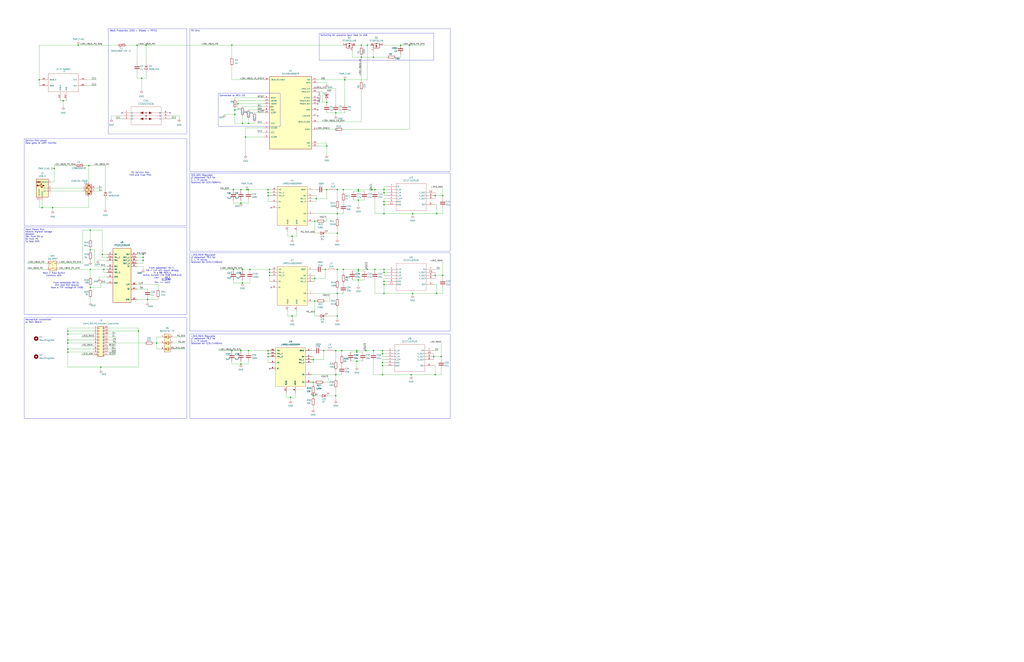
<source format=kicad_sch>
(kicad_sch (version 20250114) (generator "eeschema") (generator_version "9.0")
  (paper "D")
  (title_block (title "Dock Power Supply") (date "2025-12-09") (rev "1") (company "Hobbyist"))
  (text "Active Current Lim R18 (SS9.3.2)\nI_{LM}=     65.2\n       ~{R_{ILM}^{0.861}}\n24k == 4A22" (at 136.906 235.458 0) (effects (font (size 1.27 1.27))))
  (text "Main 2 Post Switch\nControls AON" (at 45.466 231.648 0) (effects (font (size 1.27 1.27))))
  (text "From datasheet T9-1, \nC6 = 1uF will result delayg\nin a 88-92V/s\n" (at 136.906 228.346 0) (effects (font (size 1.27 1.27))))
  (text "From datasheet SS7.5, \nOV1 and OV2 should\nhave a TYP voltage of 1V06\n" (at 56.388 240.792 0) (effects (font (size 1.27 1.27))))
  (text "PC Service Port\nESD and Fuse Prot" (at 118.364 146.812 0) (effects (font (size 1.27 1.27))))
  (text_box "Service Port power\nData goes to UART monitor\n" (at 20.32 116.84 0) (size 137.16 73.66) (margins 0.9525 0.9525 0.9525 0.9525) (effects (font (size 1.27 1.27)) (justify left top)))
  (text_box "3V3_AON Regulator\ncf datasheet T9.2 for\nC, L, R values\nSelected for 3.3V/500kHz" (at 160.02 146.05 0) (size 219.71 66.04) (margins 0.9525 0.9525 0.9525 0.9525) (effects (font (size 1.27 1.27)) (justify left top)))
  (text_box "Switching Q1 prevents back feed to USB" (at 269.24 27.94 0) (size 96.52 22.86) (margins 0.9525 0.9525 0.9525 0.9525) (effects (font (size 1.27 1.27)) (justify left top)))
  (text_box "Input Power Mux\nSelects highest voltage\nbetween \n20V from PD or\n5V from PC\nTo feed AON" (at 20.32 191.77 0) (size 137.16 73.66) (margins 0.9525 0.9525 0.9525 0.9525) (effects (font (size 1.27 1.27)) (justify left top)))
  (text_box "+3V3_MAIN Regulator\ncf datasheet T9.2 for\nC, L, R values\nSelected for 3.3V/1400kHz" (at 160.02 281.94 0) (size 219.71 71.12) (margins 0.9525 0.9525 0.9525 0.9525) (effects (font (size 1.27 1.27)) (justify left top)))
  (text_box "Mechanical connection\nto Main Board" (at 20.32 267.97 0) (size 137.16 85.09) (margins 0.9525 0.9525 0.9525 0.9525) (effects (font (size 1.27 1.27)) (justify left top)))
  (text_box "PD Sink" (at 160.02 24.13 0) (size 219.71 120.65) (margins 0.9525 0.9525 0.9525 0.9525) (effects (font (size 1.27 1.27)) (justify left top)))
  (text_box "+3V3_MAIN Regulator\ncf datasheet T9.2 for\nC, L, R values\nSelected for 3.3V/1400kHz" (at 160.02 213.36 0) (size 219.71 66.04) (margins 0.9525 0.9525 0.9525 0.9525) (effects (font (size 1.27 1.27)) (justify left top)))
  (text_box "Connected to MCU I2C" (at 184.15 78.74 0) (size 52.07 27.94) (margins 0.9525 0.9525 0.9525 0.9525) (effects (font (size 1.27 1.27)) (justify left top)))
  (text_box "VBUS Protection (ESD + Diodes + PPTC)\n" (at 91.44 24.13 0) (size 66.04 88.9) (margins 0.9525 0.9525 0.9525 0.9525) (effects (font (size 1.27 1.27)) (justify left top)))
  (junction (at 207.01 115.57))
  (junction (at 368.3 180.34))
  (junction (at 132.08 289.56))
  (junction (at 300.99 295.91))
  (junction (at 264.16 303.53))
  (junction (at 346.71 316.23))
  (junction (at 265.43 254))
  (junction (at 284.48 266.7))
  (junction (at 367.03 316.23))
  (junction (at 204.47 104.14))
  (junction (at 266.7 167.64))
  (junction (at 373.38 165.1))
  (junction (at 316.23 227.33))
  (junction (at 322.58 298.45))
  (junction (at 264.16 322.58))
  (junction (at 283.21 316.23))
  (junction (at 87.63 227.33))
  (junction (at 203.2 171.45))
  (junction (at 85.09 309.88))
  (junction (at 124.46 252.73))
  (junction (at 302.26 161.29))
  (junction (at 76.2 194.31))
  (junction (at 323.85 172.72))
  (junction (at 196.85 160.02))
  (junction (at 275.59 123.19))
  (junction (at 322.58 316.23))
  (junction (at 304.8 48.26))
  (junction (at 309.88 227.33))
  (junction (at 57.15 281.94))
  (junction (at 284.48 247.65))
  (junction (at 200.66 87.63))
  (junction (at 323.85 237.49))
  (junction (at 123.19 38.1))
  (junction (at 284.48 227.33))
  (junction (at 209.55 160.02))
  (junction (at 66.04 38.1))
  (junction (at 44.45 175.26))
  (junction (at 226.06 295.91))
  (junction (at 275.59 86.36))
  (junction (at 33.02 67.31))
  (junction (at 323.85 180.34))
  (junction (at 284.48 180.34))
  (junction (at 226.06 298.45))
  (junction (at 322.58 308.61))
  (junction (at 323.85 240.03))
  (junction (at 275.59 160.02))
  (junction (at 284.48 196.85))
  (junction (at 35.56 175.26))
  (junction (at 227.33 229.87))
  (junction (at 264.16 334.01))
  (junction (at 290.83 67.31))
  (junction (at 373.38 232.41))
  (junction (at 302.26 227.33))
  (junction (at 323.85 160.02))
  (junction (at 203.2 160.02))
  (junction (at 314.96 295.91))
  (junction (at 120.65 219.71))
  (junction (at 322.58 295.91))
  (junction (at 245.11 335.28))
  (junction (at 203.2 295.91))
  (junction (at 120.65 217.17))
  (junction (at 289.56 227.33))
  (junction (at 302.26 160.02))
  (junction (at 226.06 300.99))
  (junction (at 198.12 92.71))
  (junction (at 345.44 38.1))
  (junction (at 209.55 295.91))
  (junction (at 227.33 227.33))
  (junction (at 308.61 295.91))
  (junction (at 372.11 300.99))
  (junction (at 57.15 294.64))
  (junction (at 289.56 160.02))
  (junction (at 314.96 48.26))
  (junction (at 323.85 227.33))
  (junction (at 304.8 38.1))
  (junction (at 120.65 214.63))
  (junction (at 347.98 180.34))
  (junction (at 265.43 234.95))
  (junction (at 283.21 295.91))
  (junction (at 367.03 232.41))
  (junction (at 203.2 307.34))
  (junction (at 300.99 297.18))
  (junction (at 204.47 227.33))
  (junction (at 273.05 295.91))
  (junction (at 45.72 142.24))
  (junction (at 302.26 228.6))
  (junction (at 300.99 304.8))
  (junction (at 337.82 38.1))
  (junction (at 367.03 165.1))
  (junction (at 76.2 210.82))
  (junction (at 119.38 66.04))
  (junction (at 53.34 85.09))
  (junction (at 313.69 160.02))
  (junction (at 226.06 160.02))
  (junction (at 195.58 295.91))
  (junction (at 57.15 279.4))
  (junction (at 323.85 162.56))
  (junction (at 322.58 306.07))
  (junction (at 116.84 279.4))
  (junction (at 57.15 287.02))
  (junction (at 284.48 160.02))
  (junction (at 365.76 300.99))
  (junction (at 195.58 38.1))
  (junction (at 323.85 229.87))
  (junction (at 323.85 247.65))
  (junction (at 57.15 289.56))
  (junction (at 196.85 227.33))
  (junction (at 209.55 104.14))
  (junction (at 309.88 38.1))
  (junction (at 274.32 227.33))
  (junction (at 347.98 247.65))
  (junction (at 323.85 170.18))
  (junction (at 246.38 199.39))
  (junction (at 86.36 214.63))
  (junction (at 283.21 95.25))
  (junction (at 302.26 168.91))
  (junction (at 288.29 295.91))
  (junction (at 74.93 139.7))
  (junction (at 115.57 38.1))
  (junction (at 76.2 242.57))
  (junction (at 227.33 232.41))
  (junction (at 316.23 160.02))
  (junction (at 246.38 266.7))
  (junction (at 368.3 247.65))
  (junction (at 57.15 297.18))
  (junction (at 265.43 186.69))
  (junction (at 76.2 227.33))
  (junction (at 302.26 236.22))
  (junction (at 204.47 238.76))
  (junction (at 226.06 162.56))
  (junction (at 208.28 160.02))
  (junction (at 198.12 96.52))
  (junction (at 283.21 334.01))
  (junction (at 226.06 165.1))
  (junction (at 210.82 227.33))
  (no_connect (at 267.97 85.09))
  (no_connect (at 267.97 97.79))
  (no_connect (at 228.6 175.26))
  (no_connect (at 228.6 242.57))
  (no_connect (at 102.87 95.25))
  (no_connect (at 267.97 82.55))
  (no_connect (at 143.51 95.25))
  (no_connect (at 267.97 92.71))
  (no_connect (at 267.97 87.63))
  (no_connect (at 227.33 311.15))
  (wire (pts (xy 337.82 38.1) (xy 345.44 38.1)))
  (wire (pts (xy 76.2 210.82) (xy 80.01 210.82)))
  (wire (pts (xy 91.44 284.48) (xy 97.79 284.48)))
  (wire (pts (xy 304.8 38.1) (xy 309.88 38.1)))
  (wire (pts (xy 326.39 162.56) (xy 323.85 162.56)))
  (wire (pts (xy 264.16 334.01) (xy 269.24 334.01)))
  (wire (pts (xy 275.59 95.25) (xy 283.21 95.25)))
  (wire (pts (xy 76.2 242.57) (xy 85.09 242.57)))
  (wire (pts (xy 262.89 316.23) (xy 283.21 316.23)))
  (wire (pts (xy 265.43 237.49) (xy 265.43 234.95)))
  (wire (pts (xy 43.18 153.67) (xy 45.72 153.67)))
  (wire (pts (xy 76.2 227.33) (xy 87.63 227.33)))
  (wire (pts (xy 302.26 160.02) (xy 302.26 161.29)))
  (wire (pts (xy 300.99 295.91) (xy 300.99 297.18)))
  (wire (pts (xy 275.59 120.65) (xy 275.59 123.19)))
  (wire (pts (xy 242.57 195.58) (xy 242.57 199.39)))
  (wire (pts (xy 316.23 180.34) (xy 323.85 180.34)))
  (wire (pts (xy 83.82 233.68) (xy 83.82 234.95)))
  (wire (pts (xy 115.57 38.1) (xy 123.19 38.1)))
  (wire (pts (xy 198.12 83.82) (xy 198.12 82.55)))
  (wire (pts (xy 284.48 259.08) (xy 284.48 266.7)))
  (wire (pts (xy 322.58 303.53) (xy 322.58 306.07)))
  (wire (pts (xy 209.55 307.34) (xy 209.55 304.8)))
  (wire (pts (xy 365.76 295.91) (xy 369.57 295.91)))
  (wire (pts (xy 274.32 227.33) (xy 275.59 227.33)))
  (wire (pts (xy 345.44 109.22) (xy 345.44 38.1)))
  (wire (pts (xy 284.48 196.85) (xy 284.48 201.93)))
  (wire (pts (xy 326.39 232.41) (xy 323.85 232.41)))
  (wire (pts (xy 323.85 157.48) (xy 323.85 160.02)))
  (wire (pts (xy 45.72 153.67) (xy 45.72 142.24)))
  (wire (pts (xy 246.38 266.7) (xy 246.38 269.24)))
  (wire (pts (xy 57.15 279.4) (xy 78.74 279.4)))
  (wire (pts (xy 132.08 284.48) (xy 132.08 289.56)))
  (wire (pts (xy 326.39 160.02) (xy 323.85 160.02)))
  (wire (pts (xy 367.03 162.56) (xy 367.03 165.1)))
  (wire (pts (xy 323.85 229.87) (xy 323.85 232.41)))
  (wire (pts (xy 309.88 38.1) (xy 309.88 67.31)))
  (wire (pts (xy 271.78 86.36) (xy 275.59 86.36)))
  (wire (pts (xy 283.21 316.23) (xy 288.29 316.23)))
  (wire (pts (xy 196.85 227.33) (xy 204.47 227.33)))
  (wire (pts (xy 227.33 227.33) (xy 227.33 229.87)))
  (wire (pts (xy 322.58 308.61) (xy 325.12 308.61)))
  (wire (pts (xy 323.85 240.03) (xy 326.39 240.03)))
  (wire (pts (xy 264.16 303.53) (xy 273.05 303.53)))
  (wire (pts (xy 313.69 154.94) (xy 313.69 160.02)))
  (wire (pts (xy 209.55 160.02) (xy 226.06 160.02)))
  (wire (pts (xy 283.21 327.66) (xy 283.21 334.01)))
  (wire (pts (xy 295.91 304.8) (xy 300.99 304.8)))
  (wire (pts (xy 209.55 104.14) (xy 209.55 100.33)))
  (wire (pts (xy 207.01 107.95) (xy 222.25 107.95)))
  (wire (pts (xy 189.23 96.52) (xy 198.12 96.52)))
  (wire (pts (xy 275.59 160.02) (xy 276.86 160.02)))
  (wire (pts (xy 372.11 300.99) (xy 372.11 303.53)))
  (wire (pts (xy 300.99 304.8) (xy 300.99 309.88)))
  (wire (pts (xy 367.03 232.41) (xy 367.03 234.95)))
  (wire (pts (xy 85.09 242.57) (xy 85.09 238.76)))
  (wire (pts (xy 129.54 289.56) (xy 132.08 289.56)))
  (wire (pts (xy 264.16 303.53) (xy 264.16 300.99)))
  (wire (pts (xy 203.2 297.18) (xy 203.2 295.91)))
  (wire (pts (xy 289.56 109.22) (xy 345.44 109.22)))
  (wire (pts (xy 207.01 115.57) (xy 222.25 115.57)))
  (wire (pts (xy 314.96 295.91) (xy 322.58 295.91)))
  (wire (pts (xy 300.99 295.91) (xy 308.61 295.91)))
  (wire (pts (xy 323.85 237.49) (xy 323.85 240.03)))
  (wire (pts (xy 314.96 316.23) (xy 322.58 316.23)))
  (wire (pts (xy 242.57 199.39) (xy 246.38 199.39)))
  (wire (pts (xy 57.15 279.4) (xy 57.15 281.94)))
  (wire (pts (xy 146.05 289.56) (xy 156.21 289.56)))
  (wire (pts (xy 200.66 87.63) (xy 200.66 92.71)))
  (wire (pts (xy 91.44 294.64) (xy 97.79 294.64)))
  (wire (pts (xy 264.16 234.95) (xy 265.43 234.95)))
  (wire (pts (xy 322.58 306.07) (xy 325.12 306.07)))
  (wire (pts (xy 86.36 194.31) (xy 86.36 214.63)))
  (wire (pts (xy 91.44 276.86) (xy 116.84 276.86)))
  (wire (pts (xy 316.23 160.02) (xy 316.23 161.29)))
  (wire (pts (xy 265.43 254) (xy 266.7 254)))
  (wire (pts (xy 265.43 234.95) (xy 265.43 232.41)))
  (wire (pts (xy 195.58 67.31) (xy 222.25 67.31)))
  (wire (pts (xy 242.57 266.7) (xy 246.38 266.7)))
  (wire (pts (xy 146.05 294.64) (xy 156.21 294.64)))
  (wire (pts (xy 226.06 295.91) (xy 227.33 295.91)))
  (wire (pts (xy 204.47 104.14) (xy 209.55 104.14)))
  (wire (pts (xy 290.83 67.31) (xy 290.83 87.63)))
  (wire (pts (xy 274.32 160.02) (xy 275.59 160.02)))
  (wire (pts (xy 245.11 335.28) (xy 248.92 335.28)))
  (wire (pts (xy 367.03 308.61) (xy 367.03 316.23)))
  (wire (pts (xy 316.23 227.33) (xy 316.23 228.6)))
  (wire (pts (xy 248.92 331.47) (xy 248.92 335.28)))
  (wire (pts (xy 203.2 295.91) (xy 209.55 295.91)))
  (wire (pts (xy 346.71 316.23) (xy 367.03 316.23)))
  (wire (pts (xy 264.16 254) (xy 265.43 254)))
  (wire (pts (xy 204.47 227.33) (xy 210.82 227.33)))
  (wire (pts (xy 91.44 292.1) (xy 97.79 292.1)))
  (wire (pts (xy 53.34 85.09) (xy 55.88 85.09)))
  (wire (pts (xy 326.39 167.64) (xy 323.85 167.64)))
  (wire (pts (xy 195.58 304.8) (xy 195.58 307.34)))
  (wire (pts (xy 43.18 158.75) (xy 69.85 158.75)))
  (wire (pts (xy 264.16 227.33) (xy 265.43 227.33)))
  (wire (pts (xy 314.96 304.8) (xy 314.96 316.23)))
  (wire (pts (xy 264.16 165.1) (xy 266.7 165.1)))
  (wire (pts (xy 283.21 295.91) (xy 283.21 304.8)))
  (wire (pts (xy 74.93 139.7) (xy 74.93 153.67)))
  (wire (pts (xy 228.6 165.1) (xy 226.06 165.1)))
  (wire (pts (xy 57.15 294.64) (xy 57.15 297.18)))
  (wire (pts (xy 273.05 322.58) (xy 276.86 322.58)))
  (wire (pts (xy 82.55 219.71) (xy 90.17 219.71)))
  (wire (pts (xy 284.48 160.02) (xy 289.56 160.02)))
  (wire (pts (xy 209.55 160.02) (xy 209.55 161.29)))
  (wire (pts (xy 373.38 232.41) (xy 373.38 234.95)))
  (wire (pts (xy 226.06 160.02) (xy 226.06 162.56)))
  (wire (pts (xy 57.15 294.64) (xy 78.74 294.64)))
  (wire (pts (xy 325.12 303.53) (xy 322.58 303.53)))
  (wire (pts (xy 227.33 306.07) (xy 226.06 306.07)))
  (wire (pts (xy 57.15 281.94) (xy 57.15 287.02)))
  (wire (pts (xy 246.38 266.7) (xy 250.19 266.7)))
  (wire (pts (xy 267.97 67.31) (xy 290.83 67.31)))
  (wire (pts (xy 304.8 46.99) (xy 304.8 48.26)))
  (wire (pts (xy 273.05 295.91) (xy 274.32 295.91)))
  (wire (pts (xy 266.7 167.64) (xy 275.59 167.64)))
  (wire (pts (xy 123.19 38.1) (xy 195.58 38.1)))
  (wire (pts (xy 304.8 39.37) (xy 304.8 38.1)))
  (wire (pts (xy 322.58 316.23) (xy 346.71 316.23)))
  (wire (pts (xy 304.8 48.26) (xy 304.8 68.58)))
  (wire (pts (xy 309.88 38.1) (xy 312.42 38.1)))
  (wire (pts (xy 143.51 100.33) (xy 148.59 100.33)))
  (wire (pts (xy 373.38 242.57) (xy 373.38 247.65)))
  (wire (pts (xy 289.56 160.02) (xy 289.56 162.56)))
  (wire (pts (xy 226.06 160.02) (xy 228.6 160.02)))
  (wire (pts (xy 49.53 227.33) (xy 76.2 227.33)))
  (wire (pts (xy 91.44 287.02) (xy 97.79 287.02)))
  (wire (pts (xy 267.97 77.47) (xy 271.78 77.47)))
  (wire (pts (xy 45.72 139.7) (xy 63.5 139.7)))
  (wire (pts (xy 326.39 229.87) (xy 323.85 229.87)))
  (wire (pts (xy 264.16 237.49) (xy 265.43 237.49)))
  (wire (pts (xy 66.04 38.1) (xy 99.06 38.1)))
  (wire (pts (xy 316.23 168.91) (xy 316.23 180.34)))
  (wire (pts (xy 80.01 224.79) (xy 90.17 224.79)))
  (wire (pts (xy 203.2 304.8) (xy 203.2 307.34)))
  (wire (pts (xy 323.85 162.56) (xy 323.85 165.1)))
  (wire (pts (xy 309.88 220.98) (xy 309.88 227.33)))
  (wire (pts (xy 198.12 92.71) (xy 198.12 96.52)))
  (wire (pts (xy 284.48 191.77) (xy 284.48 196.85)))
  (wire (pts (xy 196.85 227.33) (xy 196.85 228.6)))
  (wire (pts (xy 283.21 312.42) (xy 283.21 316.23)))
  (wire (pts (xy 119.38 66.04) (xy 119.38 76.2)))
  (wire (pts (xy 195.58 55.88) (xy 195.58 67.31)))
  (wire (pts (xy 185.42 227.33) (xy 196.85 227.33)))
  (wire (pts (xy 313.69 160.02) (xy 302.26 160.02)))
  (wire (pts (xy 204.47 236.22) (xy 204.47 238.76)))
  (wire (pts (xy 35.56 168.91) (xy 35.56 175.26)))
  (wire (pts (xy 275.59 86.36) (xy 275.59 85.09)))
  (wire (pts (xy 73.66 72.39) (xy 81.28 72.39)))
  (wire (pts (xy 265.43 196.85) (xy 267.97 196.85)))
  (wire (pts (xy 69.85 194.31) (xy 76.2 194.31)))
  (wire (pts (xy 115.57 66.04) (xy 119.38 66.04)))
  (wire (pts (xy 106.68 38.1) (xy 115.57 38.1)))
  (wire (pts (xy 217.17 111.76) (xy 222.25 111.76)))
  (wire (pts (xy 367.03 227.33) (xy 370.84 227.33)))
  (wire (pts (xy 302.26 236.22) (xy 307.34 236.22)))
  (wire (pts (xy 198.12 96.52) (xy 198.12 104.14)))
  (wire (pts (xy 267.97 74.93) (xy 283.21 74.93)))
  (wire (pts (xy 275.59 167.64) (xy 275.59 160.02)))
  (wire (pts (xy 195.58 38.1) (xy 195.58 48.26)))
  (wire (pts (xy 123.19 38.1) (xy 123.19 53.34)))
  (wire (pts (xy 57.15 276.86) (xy 57.15 279.4)))
  (wire (pts (xy 289.56 179.07) (xy 289.56 180.34)))
  (wire (pts (xy 314.96 48.26) (xy 326.39 48.26)))
  (wire (pts (xy 264.16 180.34) (xy 284.48 180.34)))
  (wire (pts (xy 57.15 289.56) (xy 57.15 294.64)))
  (wire (pts (xy 262.89 306.07) (xy 264.16 306.07)))
  (wire (pts (xy 283.21 334.01) (xy 283.21 337.82)))
  (wire (pts (xy 337.82 45.72) (xy 337.82 48.26)))
  (wire (pts (xy 57.15 287.02) (xy 57.15 289.56)))
  (wire (pts (xy 76.2 194.31) (xy 76.2 201.93)))
  (wire (pts (xy 76.2 209.55) (xy 76.2 210.82)))
  (wire (pts (xy 198.12 91.44) (xy 198.12 92.71)))
  (wire (pts (xy 228.6 162.56) (xy 226.06 162.56)))
  (wire (pts (xy 74.93 166.37) (xy 74.93 175.26)))
  (wire (pts (xy 323.85 162.56) (xy 323.85 160.02)))
  (wire (pts (xy 120.65 217.17) (xy 120.65 214.63)))
  (wire (pts (xy 135.89 284.48) (xy 132.08 284.48)))
  (wire (pts (xy 264.16 306.07) (xy 264.16 303.53)))
  (wire (pts (xy 120.65 219.71) (xy 120.65 217.17)))
  (wire (pts (xy 347.98 247.65) (xy 368.3 247.65)))
  (wire (pts (xy 204.47 97.79) (xy 204.47 104.14)))
  (wire (pts (xy 116.84 276.86) (xy 116.84 279.4)))
  (wire (pts (xy 124.46 252.73) (xy 124.46 255.27)))
  (wire (pts (xy 373.38 220.98) (xy 373.38 232.41)))
  (wire (pts (xy 33.02 38.1) (xy 33.02 67.31)))
  (wire (pts (xy 373.38 165.1) (xy 373.38 167.64)))
  (wire (pts (xy 90.17 227.33) (xy 87.63 227.33)))
  (wire (pts (xy 274.32 254) (xy 278.13 254)))
  (wire (pts (xy 288.29 295.91) (xy 288.29 299.72)))
  (wire (pts (xy 115.57 222.25) (xy 120.65 222.25)))
  (wire (pts (xy 76.2 255.27) (xy 76.2 251.46)))
  (wire (pts (xy 373.38 175.26) (xy 373.38 180.34)))
  (wire (pts (xy 88.9 167.64) (xy 88.9 176.53)))
  (wire (pts (xy 289.56 227.33) (xy 289.56 231.14)))
  (wire (pts (xy 93.98 97.79) (xy 102.87 97.79)))
  (wire (pts (xy 80.01 158.75) (xy 86.36 158.75)))
  (wire (pts (xy 91.44 279.4) (xy 116.84 279.4)))
  (wire (pts (xy 53.34 85.09) (xy 53.34 90.17)))
  (wire (pts (xy 204.47 90.17) (xy 222.25 90.17)))
  (wire (pts (xy 298.45 168.91) (xy 302.26 168.91)))
  (wire (pts (xy 57.15 309.88) (xy 85.09 309.88)))
  (wire (pts (xy 227.33 232.41) (xy 227.33 237.49)))
  (wire (pts (xy 284.48 266.7) (xy 284.48 269.24)))
  (wire (pts (xy 86.36 214.63) (xy 90.17 214.63)))
  (wire (pts (xy 200.66 92.71) (xy 198.12 92.71)))
  (wire (pts (xy 264.16 322.58) (xy 264.16 325.12)))
  (wire (pts (xy 115.57 252.73) (xy 124.46 252.73)))
  (wire (pts (xy 68.58 292.1) (xy 78.74 292.1)))
  (wire (pts (xy 214.63 104.14) (xy 209.55 104.14)))
  (wire (pts (xy 314.96 43.18) (xy 314.96 48.26)))
  (wire (pts (xy 196.85 160.02) (xy 203.2 160.02)))
  (wire (pts (xy 68.58 299.72) (xy 78.74 299.72)))
  (wire (pts (xy 275.59 123.19) (xy 275.59 130.81)))
  (wire (pts (xy 322.58 38.1) (xy 337.82 38.1)))
  (wire (pts (xy 246.38 199.39) (xy 246.38 201.93)))
  (wire (pts (xy 35.56 175.26) (xy 33.02 175.26)))
  (wire (pts (xy 274.32 186.69) (xy 275.59 186.69)))
  (wire (pts (xy 264.16 186.69) (xy 265.43 186.69)))
  (wire (pts (xy 314.96 295.91) (xy 314.96 297.18)))
  (wire (pts (xy 115.57 60.96) (xy 115.57 66.04)))
  (wire (pts (xy 209.55 92.71) (xy 222.25 92.71)))
  (wire (pts (xy 284.48 227.33) (xy 289.56 227.33)))
  (wire (pts (xy 325.12 300.99) (xy 322.58 300.99)))
  (wire (pts (xy 323.85 160.02) (xy 316.23 160.02)))
  (wire (pts (xy 43.18 161.29) (xy 69.85 161.29)))
  (wire (pts (xy 124.46 252.73) (xy 133.35 252.73)))
  (wire (pts (xy 203.2 160.02) (xy 208.28 160.02)))
  (wire (pts (xy 227.33 298.45) (xy 226.06 298.45)))
  (wire (pts (xy 326.39 157.48) (xy 323.85 157.48)))
  (wire (pts (xy 115.57 240.03) (xy 133.35 240.03)))
  (wire (pts (xy 80.01 161.29) (xy 86.36 161.29)))
  (wire (pts (xy 45.72 142.24) (xy 45.72 139.7)))
  (wire (pts (xy 283.21 95.25) (xy 290.83 95.25)))
  (wire (pts (xy 185.42 160.02) (xy 196.85 160.02)))
  (wire (pts (xy 365.76 300.99) (xy 372.11 300.99)))
  (wire (pts (xy 207.01 115.57) (xy 207.01 130.81)))
  (wire (pts (xy 227.33 229.87) (xy 227.33 232.41)))
  (wire (pts (xy 367.03 172.72) (xy 368.3 172.72)))
  (wire (pts (xy 323.85 170.18) (xy 323.85 172.72)))
  (wire (pts (xy 281.94 295.91) (xy 283.21 295.91)))
  (wire (pts (xy 365.76 300.99) (xy 365.76 303.53)))
  (wire (pts (xy 283.21 316.23) (xy 283.21 320.04)))
  (wire (pts (xy 316.23 247.65) (xy 323.85 247.65)))
  (wire (pts (xy 316.23 160.02) (xy 313.69 160.02)))
  (wire (pts (xy 302.26 227.33) (xy 309.88 227.33)))
  (wire (pts (xy 289.56 238.76) (xy 289.56 240.03)))
  (wire (pts (xy 264.16 167.64) (xy 266.7 167.64)))
  (wire (pts (xy 304.8 48.26) (xy 314.96 48.26)))
  (wire (pts (xy 124.46 251.46) (xy 124.46 252.73)))
  (wire (pts (xy 326.39 165.1) (xy 323.85 165.1)))
  (wire (pts (xy 204.47 228.6) (xy 204.47 227.33)))
  (wire (pts (xy 271.78 295.91) (xy 273.05 295.91)))
  (wire (pts (xy 207.01 107.95) (xy 207.01 115.57)))
  (wire (pts (xy 308.61 295.91) (xy 314.96 295.91)))
  (wire (pts (xy 275.59 184.15) (xy 275.59 186.69)))
  (wire (pts (xy 295.91 297.18) (xy 300.99 297.18)))
  (wire (pts (xy 284.48 160.02) (xy 284.48 168.91)))
  (wire (pts (xy 326.39 234.95) (xy 323.85 234.95)))
  (wire (pts (xy 316.23 236.22) (xy 316.23 247.65)))
  (wire (pts (xy 196.85 238.76) (xy 204.47 238.76)))
  (wire (pts (xy 284.48 247.65) (xy 289.56 247.65)))
  (wire (pts (xy 227.33 227.33) (xy 228.6 227.33)))
  (wire (pts (xy 115.57 224.79) (xy 120.65 224.79)))
  (wire (pts (xy 204.47 238.76) (xy 210.82 238.76)))
  (wire (pts (xy 264.16 332.74) (xy 264.16 334.01)))
  (wire (pts (xy 209.55 295.91) (xy 209.55 297.18)))
  (wire (pts (xy 289.56 180.34) (xy 284.48 180.34)))
  (wire (pts (xy 322.58 298.45) (xy 322.58 295.91)))
  (wire (pts (xy 325.12 295.91) (xy 322.58 295.91)))
  (wire (pts (xy 262.89 303.53) (xy 264.16 303.53)))
  (wire (pts (xy 115.57 219.71) (xy 120.65 219.71)))
  (wire (pts (xy 276.86 318.77) (xy 276.86 322.58)))
  (wire (pts (xy 298.45 161.29) (xy 302.26 161.29)))
  (wire (pts (xy 284.48 243.84) (xy 284.48 247.65)))
  (wire (pts (xy 228.6 237.49) (xy 227.33 237.49)))
  (wire (pts (xy 372.11 289.56) (xy 372.11 300.99)))
  (wire (pts (xy 302.26 161.29) (xy 307.34 161.29)))
  (wire (pts (xy 323.85 172.72) (xy 326.39 172.72)))
  (wire (pts (xy 85.09 238.76) (xy 90.17 238.76)))
  (wire (pts (xy 367.03 232.41) (xy 373.38 232.41)))
  (wire (pts (xy 85.09 309.88) (xy 116.84 309.88)))
  (wire (pts (xy 214.63 102.87) (xy 214.63 104.14)))
  (wire (pts (xy 276.86 334.01) (xy 283.21 334.01)))
  (wire (pts (xy 284.48 180.34) (xy 284.48 184.15)))
  (wire (pts (xy 69.85 222.25) (xy 69.85 194.31)))
  (wire (pts (xy 93.98 97.79) (xy 93.98 100.33)))
  (wire (pts (xy 57.15 289.56) (xy 78.74 289.56)))
  (wire (pts (xy 300.99 297.18) (xy 306.07 297.18)))
  (wire (pts (xy 264.16 232.41) (xy 265.43 232.41)))
  (wire (pts (xy 91.44 299.72) (xy 97.79 299.72)))
  (wire (pts (xy 347.98 180.34) (xy 347.98 181.61)))
  (wire (pts (xy 196.85 168.91) (xy 196.85 171.45)))
  (wire (pts (xy 288.29 307.34) (xy 288.29 308.61)))
  (wire (pts (xy 76.2 210.82) (xy 76.2 212.09)))
  (wire (pts (xy 120.65 222.25) (xy 120.65 219.71)))
  (wire (pts (xy 133.35 251.46) (xy 133.35 252.73)))
  (wire (pts (xy 274.32 227.33) (xy 274.32 234.95)))
  (wire (pts (xy 283.21 74.93) (xy 283.21 87.63)))
  (wire (pts (xy 97.79 100.33) (xy 102.87 100.33)))
  (wire (pts (xy 209.55 295.91) (xy 226.06 295.91)))
  (wire (pts (xy 214.63 95.25) (xy 222.25 95.25)))
  (wire (pts (xy 302.26 168.91) (xy 302.26 173.99)))
  (wire (pts (xy 368.3 172.72) (xy 368.3 180.34)))
  (wire (pts (xy 91.44 281.94) (xy 97.79 281.94)))
  (wire (pts (xy 325.12 298.45) (xy 322.58 298.45)))
  (wire (pts (xy 302.26 168.91) (xy 307.34 168.91)))
  (wire (pts (xy 228.6 232.41) (xy 227.33 232.41)))
  (wire (pts (xy 184.15 295.91) (xy 195.58 295.91)))
  (wire (pts (xy 226.06 300.99) (xy 226.06 306.07)))
  (wire (pts (xy 74.93 139.7) (xy 88.9 139.7)))
  (wire (pts (xy 71.12 139.7) (xy 74.93 139.7)))
  (wire (pts (xy 302.26 228.6) (xy 307.34 228.6)))
  (wire (pts (xy 267.97 120.65) (xy 275.59 120.65)))
  (wire (pts (xy 323.85 167.64) (xy 323.85 170.18)))
  (wire (pts (xy 264.16 322.58) (xy 265.43 322.58)))
  (wire (pts (xy 198.12 82.55) (xy 222.25 82.55)))
  (wire (pts (xy 267.97 109.22) (xy 281.94 109.22)))
  (wire (pts (xy 284.48 176.53) (xy 284.48 180.34)))
  (wire (pts (xy 196.85 236.22) (xy 196.85 238.76)))
  (wire (pts (xy 226.06 165.1) (xy 226.06 170.18)))
  (wire (pts (xy 76.2 194.31) (xy 86.36 194.31)))
  (wire (pts (xy 322.58 308.61) (xy 322.58 316.23)))
  (wire (pts (xy 203.2 171.45) (xy 209.55 171.45)))
  (wire (pts (xy 76.2 242.57) (xy 76.2 243.84)))
  (wire (pts (xy 337.82 48.26) (xy 334.01 48.26)))
  (wire (pts (xy 278.13 250.19) (xy 278.13 254)))
  (wire (pts (xy 266.7 170.18) (xy 266.7 167.64)))
  (wire (pts (xy 22.86 227.33) (xy 39.37 227.33)))
  (wire (pts (xy 267.97 123.19) (xy 275.59 123.19)))
  (wire (pts (xy 322.58 298.45) (xy 322.58 300.99)))
  (wire (pts (xy 196.85 171.45) (xy 203.2 171.45)))
  (wire (pts (xy 208.28 160.02) (xy 209.55 160.02)))
  (wire (pts (xy 368.3 180.34) (xy 373.38 180.34)))
  (wire (pts (xy 267.97 266.7) (xy 265.43 266.7)))
  (wire (pts (xy 283.21 227.33) (xy 284.48 227.33)))
  (wire (pts (xy 76.2 220.98) (xy 76.2 219.71)))
  (wire (pts (xy 365.76 308.61) (xy 367.03 308.61)))
  (wire (pts (xy 284.48 227.33) (xy 284.48 236.22)))
  (wire (pts (xy 57.15 297.18) (xy 57.15 309.88)))
  (wire (pts (xy 226.06 298.45) (xy 226.06 300.99)))
  (wire (pts (xy 200.66 87.63) (xy 222.25 87.63)))
  (wire (pts (xy 289.56 170.18) (xy 289.56 171.45)))
  (wire (pts (xy 275.59 86.36) (xy 275.59 87.63)))
  (wire (pts (xy 299.72 38.1) (xy 304.8 38.1)))
  (wire (pts (xy 273.05 295.91) (xy 273.05 303.53)))
  (wire (pts (xy 302.26 236.22) (xy 302.26 241.3)))
  (wire (pts (xy 146.05 284.48) (xy 156.21 284.48)))
  (wire (pts (xy 210.82 227.33) (xy 227.33 227.33)))
  (wire (pts (xy 85.09 309.88) (xy 85.09 312.42)))
  (wire (pts (xy 264.16 342.9) (xy 264.16 345.44)))
  (wire (pts (xy 323.85 172.72) (xy 323.85 180.34)))
  (wire (pts (xy 68.58 284.48) (xy 78.74 284.48)))
  (wire (pts (xy 264.16 170.18) (xy 266.7 170.18)))
  (wire (pts (xy 309.88 227.33) (xy 316.23 227.33)))
  (wire (pts (xy 115.57 243.84) (xy 124.46 243.84)))
  (wire (pts (xy 262.89 300.99) (xy 264.16 300.99)))
  (wire (pts (xy 195.58 295.91) (xy 195.58 297.18)))
  (wire (pts (xy 271.78 77.47) (xy 271.78 86.36)))
  (wire (pts (xy 90.17 217.17) (xy 86.36 217.17)))
  (wire (pts (xy 210.82 227.33) (xy 210.82 228.6)))
  (wire (pts (xy 33.02 168.91) (xy 33.02 175.26)))
  (wire (pts (xy 228.6 229.87) (xy 227.33 229.87)))
  (wire (pts (xy 195.58 38.1) (xy 289.56 38.1)))
  (wire (pts (xy 120.65 214.63) (xy 123.19 214.63)))
  (wire (pts (xy 267.97 69.85) (xy 275.59 69.85)))
  (wire (pts (xy 241.3 335.28) (xy 245.11 335.28)))
  (wire (pts (xy 250.19 195.58) (xy 250.19 199.39)))
  (wire (pts (xy 22.86 222.25) (xy 39.37 222.25)))
  (wire (pts (xy 222.25 85.09) (xy 200.66 85.09)))
  (wire (pts (xy 264.16 334.01) (xy 264.16 335.28)))
  (wire (pts (xy 228.6 170.18) (xy 226.06 170.18)))
  (wire (pts (xy 367.03 316.23) (xy 372.11 316.23)))
  (wire (pts (xy 275.59 266.7) (xy 284.48 266.7)))
  (wire (pts (xy 275.59 196.85) (xy 284.48 196.85)))
  (wire (pts (xy 91.44 289.56) (xy 121.92 289.56)))
  (wire (pts (xy 86.36 214.63) (xy 86.36 217.17)))
  (wire (pts (xy 265.43 234.95) (xy 274.32 234.95)))
  (wire (pts (xy 367.03 240.03) (xy 368.3 240.03)))
  (wire (pts (xy 250.19 262.89) (xy 250.19 266.7)))
  (wire (pts (xy 44.45 175.26) (xy 35.56 175.26)))
  (wire (pts (xy 288.29 295.91) (xy 300.99 295.91)))
  (wire (pts (xy 297.18 236.22) (xy 302.26 236.22)))
  (wire (pts (xy 323.85 234.95) (xy 323.85 237.49)))
  (wire (pts (xy 116.84 279.4) (xy 116.84 309.88)))
  (wire (pts (xy 195.58 295.91) (xy 203.2 295.91)))
  (wire (pts (xy 132.08 289.56) (xy 135.89 289.56)))
  (wire (pts (xy 323.85 170.18) (xy 326.39 170.18)))
  (wire (pts (xy 283.21 295.91) (xy 288.29 295.91)))
  (wire (pts (xy 119.38 66.04) (xy 123.19 66.04)))
  (wire (pts (xy 326.39 227.33) (xy 323.85 227.33)))
  (wire (pts (xy 123.19 60.96) (xy 123.19 66.04)))
  (wire (pts (xy 115.57 217.17) (xy 120.65 217.17)))
  (wire (pts (xy 115.57 53.34) (xy 115.57 38.1)))
  (wire (pts (xy 133.35 240.03) (xy 133.35 243.84)))
  (wire (pts (xy 323.85 237.49) (xy 326.39 237.49)))
  (wire (pts (xy 226.06 162.56) (xy 226.06 165.1)))
  (wire (pts (xy 115.57 214.63) (xy 120.65 214.63)))
  (wire (pts (xy 200.66 85.09) (xy 200.66 87.63)))
  (wire (pts (xy 203.2 161.29) (xy 203.2 160.02)))
  (wire (pts (xy 265.43 186.69) (xy 265.43 196.85)))
  (wire (pts (xy 323.85 180.34) (xy 347.98 180.34)))
  (wire (pts (xy 151.13 97.79) (xy 151.13 100.33)))
  (wire (pts (xy 266.7 167.64) (xy 266.7 165.1)))
  (wire (pts (xy 275.59 69.85) (xy 275.59 71.12)))
  (wire (pts (xy 76.2 227.33) (xy 76.2 233.68)))
  (wire (pts (xy 365.76 298.45) (xy 365.76 300.99)))
  (wire (pts (xy 210.82 238.76) (xy 210.82 236.22)))
  (wire (pts (xy 44.45 175.26) (xy 44.45 177.8)))
  (wire (pts (xy 367.03 229.87) (xy 367.03 232.41)))
  (wire (pts (xy 347.98 247.65) (xy 347.98 248.92)))
  (wire (pts (xy 308.61 289.56) (xy 308.61 295.91)))
  (wire (pts (xy 323.85 229.87) (xy 323.85 227.33)))
  (wire (pts (xy 33.02 67.31) (xy 33.02 72.39)))
  (wire (pts (xy 209.55 171.45) (xy 209.55 168.91)))
  (wire (pts (xy 367.03 165.1) (xy 367.03 167.64)))
  (wire (pts (xy 83.82 233.68) (xy 90.17 233.68)))
  (wire (pts (xy 265.43 186.69) (xy 266.7 186.69)))
  (wire (pts (xy 73.66 67.31) (xy 81.28 67.31)))
  (wire (pts (xy 367.03 165.1) (xy 373.38 165.1)))
  (wire (pts (xy 373.38 158.75) (xy 373.38 165.1)))
  (wire (pts (xy 241.3 331.47) (xy 241.3 335.28)))
  (wire (pts (xy 57.15 297.18) (xy 78.74 297.18)))
  (wire (pts (xy 297.18 43.18) (xy 297.18 48.26)))
  (wire (pts (xy 204.47 104.14) (xy 198.12 104.14)))
  (wire (pts (xy 227.33 300.99) (xy 226.06 300.99)))
  (wire (pts (xy 87.63 229.87) (xy 90.17 229.87)))
  (wire (pts (xy 87.63 227.33) (xy 87.63 229.87)))
  (wire (pts (xy 267.97 102.87) (xy 304.8 102.87)))
  (wire (pts (xy 57.15 276.86) (xy 78.74 276.86)))
  (wire (pts (xy 302.26 227.33) (xy 302.26 228.6)))
  (wire (pts (xy 284.48 247.65) (xy 284.48 251.46)))
  (wire (pts (xy 323.85 247.65) (xy 347.98 247.65)))
  (wire (pts (xy 195.58 307.34) (xy 203.2 307.34)))
  (wire (pts (xy 262.89 322.58) (xy 264.16 322.58)))
  (wire (pts (xy 135.89 294.64) (xy 132.08 294.64)))
  (wire (pts (xy 289.56 160.02) (xy 302.26 160.02)))
  (wire (pts (xy 264.16 160.02) (xy 266.7 160.02)))
  (wire (pts (xy 196.85 160.02) (xy 196.85 161.29)))
  (wire (pts (xy 322.58 306.07) (xy 322.58 308.61)))
  (wire (pts (xy 242.57 262.89) (xy 242.57 266.7)))
  (wire (pts (xy 49.53 222.25) (xy 69.85 222.25)))
  (wire (pts (xy 323.85 240.03) (xy 323.85 247.65)))
  (wire (pts (xy 226.06 295.91) (xy 226.06 298.45)))
  (wire (pts (xy 316.23 227.33) (xy 323.85 227.33)))
  (wire (pts (xy 217.17 104.14) (xy 222.25 104.14)))
  (wire (pts (xy 57.15 287.02) (xy 78.74 287.02)))
  (wire (pts (xy 304.8 76.2) (xy 304.8 102.87)))
  (wire (pts (xy 297.18 48.26) (xy 304.8 48.26)))
  (wire (pts (xy 120.65 224.79) (xy 120.65 227.33)))
  (wire (pts (xy 273.05 227.33) (xy 274.32 227.33)))
  (wire (pts (xy 57.15 281.94) (xy 78.74 281.94)))
  (wire (pts (xy 143.51 97.79) (xy 151.13 97.79)))
  (wire (pts (xy 368.3 247.65) (xy 373.38 247.65)))
  (wire (pts (xy 74.93 175.26) (xy 44.45 175.26)))
  (wire (pts (xy 203.2 307.34) (xy 209.55 307.34)))
  (wire (pts (xy 347.98 180.34) (xy 368.3 180.34)))
  (wire (pts (xy 297.18 228.6) (xy 302.26 228.6)))
  (wire (pts (xy 245.11 335.28) (xy 245.11 337.82)))
  (wire (pts (xy 91.44 297.18) (xy 97.79 297.18)))
  (wire (pts (xy 203.2 168.91) (xy 203.2 171.45)))
  (wire (pts (xy 88.9 139.7) (xy 88.9 160.02)))
  (wire (pts (xy 132.08 294.64) (xy 132.08 289.56)))
  (wire (pts (xy 264.16 247.65) (xy 284.48 247.65)))
  (wire (pts (xy 80.01 210.82) (xy 80.01 224.79)))
  (wire (pts (xy 300.99 304.8) (xy 306.07 304.8)))
  (wire (pts (xy 265.43 254) (xy 265.43 266.7)))
  (wire (pts (xy 76.2 241.3) (xy 76.2 242.57)))
  (wire (pts (xy 289.56 227.33) (xy 302.26 227.33)))
  (wire (pts (xy 246.38 199.39) (xy 250.19 199.39)))
  (wire (pts (xy 262.89 295.91) (xy 264.16 295.91)))
  (wire (pts (xy 345.44 38.1) (xy 358.14 38.1)))
  (wire (pts (xy 283.21 95.25) (xy 283.21 97.79)))
  (wire (pts (xy 368.3 240.03) (xy 368.3 247.65)))
  (wire (pts (xy 372.11 311.15) (xy 372.11 316.23)))
  (wire (pts (xy 33.02 38.1) (xy 66.04 38.1)))
  (wire (pts (xy 290.83 67.31) (xy 309.88 67.31)))
  (wire (pts (xy 346.71 316.23) (xy 346.71 317.5)))
  (wire (pts (xy 50.8 85.09) (xy 53.34 85.09)))
  (label "PG_3V3" (at 265.43 264.16 180))
  (label "ILIM" (at 120.65 240.03 180))
  (label "CC1" (at 217.17 104.14 0))
  (label "VOUT2" (at 278.13 250.19 180))
  (label "+20V_DISCH" (at 278.13 109.22 180))
  (label "VOUT3" (at 308.61 289.56 270))
  (label "+20V_VBUS_PD" (at 130.81 38.1 180))
  (label "+3V3_MAIN" (at 68.58 284.48 0))
  (label "+3V3_AON" (at 68.58 299.72 0))
  (label "+20V_VBUS_PD" (at 184.15 38.1 180))
  (label "VIN_AON" (at 185.42 160.02 0))
  (label "RESET" (at 217.17 82.55 0))
  (label "VDD" (at 274.32 67.31 180))
  (label "+20V_VBUS_EN_SNK" (at 290.83 102.87 180))
  (label "CC2" (at 148.59 100.33 180))
  (label "D+" (at 97.79 281.94 180))
  (label "OV1" (at 88.9 224.79 180))
  (label "EN" (at 370.84 227.33 180))
  (label "+5V_MAIN" (at 372.11 289.56 180))
  (label "VDD" (at 275.59 77.47 0))
  (label "SCL" (at 97.79 294.64 180))
  (label "PG_5V" (at 267.97 334.01 180))
  (label "SCL" (at 217.17 90.17 0))
  (label "PG_3V3_AON" (at 265.43 196.85 180))
  (label "VREG_1V1" (at 275.59 74.93 180))
  (label "PG" (at 97.79 289.56 180))
  (label "+5V_VBUS_PC" (at 78.74 139.7 0))
  (label "PG_3V3_AON" (at 156.21 294.64 180))
  (label "PG_5V" (at 156.21 289.56 180))
  (label "D-" (at 97.79 284.48 180))
  (label "+3V3_AON" (at 373.38 158.75 180))
  (label "PG_3V3" (at 156.21 284.48 180))
  (label "+20V_VBUS_PD_SYS" (at 185.42 227.33 0))
  (label "VREG_2V7" (at 270.51 77.47 270))
  (label "CC1" (at 97.79 100.33 0))
  (label "+20V_VBUS_PD_SYS" (at 184.15 295.91 0))
  (label "D-" (at 86.36 158.75 180))
  (label "+20V_VBUS_EN" (at 304.8 49.53 270))
  (label "CC1" (at 81.28 67.31 180))
  (label "RESET" (at 97.79 292.1 180))
  (label "VOUT3" (at 276.86 318.77 180))
  (label "+20V_VBUS_PD_SYS" (at 358.14 38.1 180))
  (label "+3V3_MAIN" (at 373.38 220.98 180))
  (label "+5V_VBUS_PC" (at 22.86 227.33 0))
  (label "EN" (at 369.57 295.91 180))
  (label "D+" (at 86.36 161.29 180))
  (label "+5V_VBUS_PC_SYS" (at 67.31 227.33 180))
  (label "+20V_VBUS_PD_SYS" (at 68.58 222.25 180))
  (label "OV2" (at 88.9 238.76 180))
  (label "+20V_VBUS_PD_RAW" (at 86.36 38.1 180))
  (label "VOUT1" (at 275.59 184.15 180))
  (label "+5V_MAIN" (at 68.58 292.1 0))
  (label "VIN_AON" (at 123.19 214.63 180))
  (label "VOUT1" (at 313.69 154.94 270))
  (label "VOUT2" (at 309.88 220.98 270))
  (label "SDA" (at 217.17 92.71 0))
  (label "+5V_VBUS_PC_RAW" (at 45.72 139.7 0))
  (label "~{ALERT}" (at 97.79 299.72 180))
  (label "~{ALERT}" (at 217.17 95.25 0))
  (label "CC2" (at 217.17 111.76 0))
  (label "CC2" (at 81.28 72.39 180))
  (label "SS" (at 120.65 243.84 180))
  (label "+20V_VBUS_PD" (at 22.86 222.25 0))
  (label "+20V_VBUS_VS_DISCH" (at 201.93 67.31 0))
  (label "EN" (at 97.79 287.02 180))
  (label "SDA" (at 97.79 297.18 180))
  (symbol (lib_id "Dock_Library:STEF4SPUR") (at 326.39 160.02 0) (unit 1)
    (property "Reference" "U3" (at 346.71 149.86 0) (effects (font (size 1.524 1.524))))
    (property "Value" "STEF4SPUR" (at 346.71 152.4 0) (effects (font (size 1.524 1.524))))
    (property "Footprint" "Footprints:DFN_4SPUR_STM-L" (effects (hide yes)))
    (property "Datasheet" "kicad-embed://stef4s.pdf" (effects (hide yes)))
  )
  (symbol (lib_id "Device:R") (at 270.51 186.69 90) (unit 1)
    (property "Reference" "R13" (at 270.256 189.484 90))
    (property "Value" "100k" (at 270.256 192.024 90))
    (property "Footprint" "Resistor_SMD:R_0603_1608Metric" (effects (hide yes)))
    (property "Description" "Resistor" (effects (hide yes)))
  )
  (symbol (lib_id "Device:R") (at 285.75 109.22 90) (unit 1)
    (property "Reference" "R10" (at 283.718 106.68 90) (effects (justify right)))
    (property "Value" "1k" (at 283.21 109.22 90) (effects (justify right)))
    (property "Footprint" "Resistor_SMD:R_0603_1608Metric" (effects (hide yes)))
    (property "Description" "Resistor" (effects (hide yes)))
  )
  (symbol (lib_id "Dock_Library:ESDA25SC6") (at 102.87 95.25 0) (unit 1)
    (property "Reference" "CR1" (at 123.19 85.09 0) (effects (font (size 1.524 1.524))))
    (property "Value" "ESDA25SC6" (at 123.19 87.63 0) (effects (font (size 1.524 1.524))))
    (property "Footprint" "Footprints:SOT23-6L_STM" (effects (hide yes)))
    (property "Datasheet" "https://www.st.com/resource/en/datasheet/esda14v2sc5.pdf" (effects (hide yes)))
  )
  (symbol (lib_id "Device:C") (at 203.2 165.1 0) (unit 1)
    (property "Reference" "C9" (at 198.12 163.068 0) (effects (justify left)))
    (property "Value" "4u7" (at 197.866 167.132 0) (effects (justify left)))
    (property "Footprint" "Capacitor_SMD:C_0603_1608Metric" (effects (hide yes)))
    (property "Description" "Unpolarized capacitor" (effects (hide yes)))
  )
  (symbol (lib_id "power:GND") (at 203.2 307.34 0) (unit 1)
    (property "Reference" "#PWR029" (effects (hide yes)))
    (property "Value" "GND" (at 203.2 311.912 0))
    (property "Description" "Power symbol creates a global label with name \"GND\" , ground" (effects (hide yes)))
  )
  (symbol (lib_id "Connector:USB_A") (at 35.56 158.75 0) (unit 1)
    (property "Reference" "J2" (at 35.56 146.05 0))
    (property "Value" "USB_A" (at 35.56 148.59 0))
    (property "Footprint" "Connector_USB:USB_A_Molex_67643_Horizontal" (effects (hide yes)))
    (property "Description" "USB Type A connector" (effects (hide yes)))
  )
  (symbol (lib_id "Device:R") (at 284.48 172.72 0) (unit 1)
    (property "Reference" "R12" (at 278.638 171.45 0) (effects (justify left)))
    (property "Value" "100k" (at 278.638 173.99 0) (effects (justify left)))
    (property "Footprint" "Resistor_SMD:R_0603_1608Metric" (effects (hide yes)))
    (property "Description" "Resistor" (effects (hide yes)))
  )
  (symbol (lib_id "power:GND") (at 207.01 130.81 0) (unit 1)
    (property "Reference" "#PWR09" (effects (hide yes)))
    (property "Value" "GND" (at 207.01 135.89 0))
    (property "Description" "Power symbol creates a global label with name \"GND\" , ground" (effects (hide yes)))
  )
  (symbol (lib_id "Device:R") (at 289.56 234.95 0) (unit 1)
    (property "Reference" "R17" (at 291.338 234.188 0) (effects (justify left)))
    (property "Value" "1k" (at 291.084 236.22 0) (effects (justify left)))
    (property "Footprint" "Resistor_SMD:R_0603_1608Metric" (effects (hide yes)))
    (property "Description" "Resistor" (effects (hide yes)))
  )
  (symbol (lib_id "Device:R") (at 198.12 87.63 180) (unit 1)
    (property "Reference" "R6" (at 194.31 85.852 0) (effects (justify right)))
    (property "Value" "4k7" (at 198.12 89.408 90) (effects (justify right)))
    (property "Footprint" "Resistor_SMD:R_0603_1608Metric" (effects (hide yes)))
    (property "Description" "Resistor" (effects (hide yes)))
  )
  (symbol (lib_id "Device:R") (at 209.55 96.52 180) (unit 1)
    (property "Reference" "R8" (at 205.74 94.742 0) (effects (justify right)))
    (property "Value" "4k7" (at 209.55 99.06 90) (effects (justify right)))
    (property "Footprint" "Resistor_SMD:R_0603_1608Metric" (effects (hide yes)))
    (property "Description" "Resistor" (effects (hide yes)))
  )
  (symbol (lib_id "Dock_Library:LMR51450SDRRR") (at 246.38 237.49 0) (unit 1)
    (property "Reference" "U7" (at 246.38 219.71 0))
    (property "Value" "LMR51450SDRRR" (at 246.38 222.25 0))
    (property "Footprint" "Footprints:CONV_LMR51450SDRRR" (effects (hide yes)))
    (property "Datasheet" "kicad-embed://lmr51440.pdf" (effects (hide yes)))
    (property "PARTREV" "December 2022" (effects (hide yes)))
    (property "STANDARD" "Manufacturer Recommendations" (effects (hide yes)))
    (property "MAXIMUM_PACKAGE_HEIGHT" "0.80 mm" (effects (hide yes)))
    (property "MANUFACTURER" "Texas Instruments" (effects (hide yes)))
  )
  (symbol (lib_id "Device:C") (at 209.55 300.99 0) (unit 1)
    (property "Reference" "C29" (at 212.09 299.72 0) (effects (justify left)))
    (property "Value" "100n" (at 212.09 302.26 0) (effects (justify left)))
    (property "Footprint" "Capacitor_SMD:C_0603_1608Metric" (effects (hide yes)))
    (property "Description" "Unpolarized capacitor" (effects (hide yes)))
  )
  (symbol (lib_id "Device:R") (at 76.2 205.74 0) (unit 1)
    (property "Reference" "R15" (at 70.866 204.724 0) (effects (justify left)))
    (property "Value" "91k" (at 70.866 207.264 0) (effects (justify left)))
    (property "Footprint" "Resistor_SMD:R_0603_1608Metric" (effects (hide yes)))
    (property "Description" "Resistor" (effects (hide yes)))
  )
  (symbol (lib_id "power:GND") (at 264.16 345.44 0) (unit 1)
    (property "Reference" "#PWR035" (effects (hide yes)))
    (property "Value" "GND" (at 264.16 350.012 0))
    (property "Description" "Power symbol creates a global label with name \"GND\" , ground" (effects (hide yes)))
  )
  (symbol (lib_id "Device:R") (at 214.63 99.06 180) (unit 1)
    (property "Reference" "R9" (at 210.82 95.504 0) (effects (justify right)))
    (property "Value" "4k7" (at 214.63 101.6 90) (effects (justify right)))
    (property "Footprint" "Resistor_SMD:R_0603_1608Metric" (effects (hide yes)))
    (property "Description" "Resistor" (effects (hide yes)))
  )
  (symbol (lib_id "power:GND") (at 275.59 130.81 0) (unit 1)
    (property "Reference" "#PWR010" (effects (hide yes)))
    (property "Value" "GND" (at 275.59 135.382 0))
    (property "Description" "Power symbol creates a global label with name \"GND\" , ground" (effects (hide yes)))
  )
  (symbol (lib_id "power:PWR_FLAG") (at 290.83 67.31 0) (unit 1)
    (property "Reference" "#FLG02" (effects (hide yes)))
    (property "Value" "PWR_FLAG" (at 290.83 62.23 0))
    (property "Description" "Special symbol for telling ERC where power comes from" (effects (hide yes)))
  )
  (symbol (lib_id "power:GND") (at 44.45 177.8 0) (unit 1)
    (property "Reference" "#PWR014" (effects (hide yes)))
    (property "Value" "GND" (at 44.45 182.88 0))
    (property "Description" "Power symbol creates a global label with name \"GND\" , ground" (effects (hide yes)))
  )
  (symbol (lib_id "power:GND") (at 346.71 317.5 0) (unit 1)
    (property "Reference" "#PWR032" (effects (hide yes)))
    (property "Value" "GND" (at 346.71 322.072 0))
    (property "Description" "Power symbol creates a global label with name \"GND\" , ground" (effects (hide yes)))
  )
  (symbol (lib_id "power:GND") (at 246.38 269.24 0) (unit 1)
    (property "Reference" "#PWR027" (effects (hide yes)))
    (property "Value" "GND" (at 246.38 273.812 0))
    (property "Description" "Power symbol creates a global label with name \"GND\" , ground" (effects (hide yes)))
  )
  (symbol (lib_id "power:GND") (at 284.48 201.93 0) (unit 1)
    (property "Reference" "#PWR017" (effects (hide yes)))
    (property "Value" "GND" (at 284.48 206.502 0))
    (property "Description" "Power symbol creates a global label with name \"GND\" , ground" (effects (hide yes)))
  )
  (symbol (lib_id "Device:R") (at 264.16 339.09 0) (unit 1)
    (property "Reference" "R30" (at 258.572 337.82 0) (effects (justify left)))
    (property "Value" "20k" (at 258.572 340.36 0) (effects (justify left)))
    (property "Footprint" "Resistor_SMD:R_0603_1608Metric" (effects (hide yes)))
    (property "Description" "Resistor" (effects (hide yes)))
  )
  (symbol (lib_id "Device:C") (at 373.38 171.45 0) (unit 1)
    (property "Reference" "C14" (at 375.92 170.18 0) (effects (justify left)))
    (property "Value" "22u" (at 375.92 172.72 0) (effects (justify left)))
    (property "Footprint" "Capacitor_SMD:C_0603_1608Metric" (effects (hide yes)))
    (property "Description" "Unpolarized capacitor" (effects (hide yes)))
  )
  (symbol (lib_id "Device:LED") (at 271.78 196.85 180) (unit 1)
    (property "Reference" "D4" (at 271.78 201.93 0))
    (property "Value" "LED" (at 271.78 199.644 0))
    (property "Footprint" "LED_SMD:LED_0603_1608Metric" (effects (hide yes)))
    (property "Description" "Light emitting diode" (effects (hide yes)))
    (property "Sim.Pins" "1=K 2=A" (effects (hide yes)))
  )
  (symbol (lib_id "power:GND") (at 189.23 96.52 0) (unit 1)
    (property "Reference" "#PWR05" (effects (hide yes)))
    (property "Value" "GND" (at 186.69 99.06 0))
    (property "Description" "Power symbol creates a global label with name \"GND\" , ground" (effects (hide yes)))
  )
  (symbol (lib_id "Dock_Library:STL6P3LLH6") (at 317.5 40.64 90) (unit 1)
    (property "Reference" "Q2" (at 317.5 31.75 90))
    (property "Value" "STL6P3LLH6" (at 317.5 34.29 90))
    (property "Footprint" "Footprints:TRANS_STL6P3LLH6" (effects (hide yes)))
    (property "PARTREV" "4" (effects (hide yes)))
    (property "MANUFACTURER" "STMicroelectronics" (effects (hide yes)))
    (property "MAXIMUM_PACKAGE_HEIGHT" "0.9 mm" (effects (hide yes)))
    (property "STANDARD" "Manufacturer Recommendations" (effects (hide yes)))
  )
  (symbol (lib_id "Dock_Library:BAT54TW-TP") (at 140.97 289.56 180) (unit 1)
    (property "Reference" "D6" (at 140.97 276.86 0))
    (property "Value" "BAT54TW-TP" (at 140.97 279.4 0))
    (property "Footprint" "Footprints:SOP65P222X120-6N" (effects (hide yes)))
    (property "PARTREV" "Rev.3" (effects (hide yes)))
    (property "STANDARD" "IPC-7351B" (effects (hide yes)))
    (property "SNAPEDA_PN" "BAT54TW-TP" (effects (hide yes)))
    (property "MAXIMUM_PACKAGE_HEIGHT" "1.10 mm" (effects (hide yes)))
    (property "MANUFACTURER" "Micro Commercial" (effects (hide yes)))
  )
  (symbol (lib_id "Device:R") (at 264.16 328.93 0) (unit 1)
    (property "Reference" "R29" (at 258.572 327.66 0) (effects (justify left)))
    (property "Value" "10k" (at 258.572 330.2 0) (effects (justify left)))
    (property "Footprint" "Resistor_SMD:R_0603_1608Metric" (effects (hide yes)))
    (property "Description" "Resistor" (effects (hide yes)))
  )
  (symbol (lib_id "Device:C") (at 283.21 91.44 0) (unit 1)
    (property "Reference" "C5" (at 285.75 89.916 0) (effects (justify left)))
    (property "Value" "1u" (at 285.75 92.456 0) (effects (justify left)))
    (property "Footprint" "Capacitor_SMD:C_0603_1608Metric" (effects (hide yes)))
    (property "Description" "Unpolarized capacitor" (effects (hide yes)))
  )
  (symbol (lib_id "power:GND") (at 275.59 71.12 0) (unit 1)
    (property "Reference" "#PWR01" (effects (hide yes)))
    (property "Value" "GND" (at 278.384 73.66 0))
    (property "Description" "Power symbol creates a global label with name \"GND\" , ground" (effects (hide yes)))
  )
  (symbol (lib_id "power:GND") (at 300.99 309.88 0) (unit 1)
    (property "Reference" "#PWR030" (effects (hide yes)))
    (property "Value" "GND" (at 300.99 314.452 0))
    (property "Description" "Power symbol creates a global label with name \"GND\" , ground" (effects (hide yes)))
  )
  (symbol (lib_id "Device:C") (at 269.24 227.33 270) (unit 1)
    (property "Reference" "C16" (at 268.224 224.028 90) (effects (justify left)))
    (property "Value" "100n" (at 267.462 221.234 90) (effects (justify left)))
    (property "Footprint" "Capacitor_SMD:C_0603_1608Metric" (effects (hide yes)))
    (property "Description" "Unpolarized capacitor" (effects (hide yes)))
  )
  (symbol (lib_id "Device:Polyfuse") (at 102.87 38.1 90) (unit 1)
    (property "Reference" "F1" (at 103.632 40.894 90) (effects (justify left)))
    (property "Value" "SMDC300F/24-2" (at 110.236 42.926 90) (effects (justify left)))
    (property "Footprint" "Fuse:Fuse_2920_7451Metric_Pad2.10x5.45mm_HandSolder" (effects (hide yes)))
    (property "Datasheet" "kicad-embed://littelfuse-PTC-SMDC-datasheet.pdf" (effects (hide yes)))
    (property "Description" "Resettable fuse, polymeric positive temperature coefficient" (effects (hide yes)))
  )
  (symbol (lib_id "power:PWR_FLAG") (at 45.72 142.24 90) (unit 1)
    (property "Reference" "#FLG04" (effects (hide yes)))
    (property "Value" "PWR_FLAG" (at 41.91 142.2399 90) (effects (justify left)))
    (property "Description" "Special symbol for telling ERC where power comes from" (effects (hide yes)))
  )
  (symbol (lib_id "Device:R") (at 304.8 72.39 180) (unit 1)
    (property "Reference" "R5" (at 302.26 74.422 90) (effects (justify right)))
    (property "Value" "22k" (at 307.34 74.168 90) (effects (justify right)))
    (property "Footprint" "Resistor_SMD:R_0603_1608Metric" (effects (hide yes)))
    (property "Description" "Resistor" (effects (hide yes)))
  )
  (symbol (lib_id "power:GND") (at 204.47 238.76 0) (unit 1)
    (property "Reference" "#PWR022" (effects (hide yes)))
    (property "Value" "GND" (at 204.47 243.332 0))
    (property "Description" "Power symbol creates a global label with name \"GND\" , ground" (effects (hide yes)))
  )
  (symbol (lib_id "Device:R") (at 76.2 237.49 0) (unit 1)
    (property "Reference" "R18" (at 70.866 236.474 0) (effects (justify left)))
    (property "Value" "18k" (at 71.374 238.506 0) (effects (justify left)))
    (property "Footprint" "Resistor_SMD:R_0603_1608Metric" (effects (hide yes)))
    (property "Description" "Resistor" (effects (hide yes)))
  )
  (symbol (lib_id "Device:L") (at 279.4 227.33 90) (unit 1)
    (property "Reference" "L2" (at 279.4 222.25 90))
    (property "Value" "3u3" (at 279.4 224.79 90))
    (property "Footprint" "Inductor_SMD:L_Bourns_SRP7028A_7.3x6.6mm" (effects (hide yes)))
    (property "Datasheet" "kicad-embed://srp7028a.pdf" (effects (hide yes)))
    (property "Description" "Inductor" (effects (hide yes)))
    (property "Part" "SRP7028A-3R3M" (effects (hide yes)))
  )
  (symbol (lib_id "power:GND") (at 347.98 248.92 0) (unit 1)
    (property "Reference" "#PWR024" (effects (hide yes)))
    (property "Value" "GND" (at 347.98 253.492 0))
    (property "Description" "Power symbol creates a global label with name \"GND\" , ground" (effects (hide yes)))
  )
  (symbol (lib_id "Device:Polyfuse") (at 67.31 139.7 90) (unit 1)
    (property "Reference" "F2" (at 67.564 136.906 90) (effects (justify left)))
    (property "Value" "1206L050YR" (at 72.39 141.986 90) (effects (justify left)))
    (property "Footprint" "Fuse:Fuse_1206_3216Metric" (effects (hide yes)))
    (property "Datasheet" "kicad-embed://Littelfuse-PTC-1206L-Datasheet.pdf" (effects (hide yes)))
    (property "Description" "Resettable fuse, polymeric positive temperature coefficient" (effects (hide yes)))
  )
  (symbol (lib_id "Device:R") (at 283.21 308.61 0) (unit 1)
    (property "Reference" "R26" (at 277.876 307.086 0) (effects (justify left)))
    (property "Value" "100k" (at 277.876 309.626 0) (effects (justify left)))
    (property "Footprint" "Resistor_SMD:R_0603_1608Metric" (effects (hide yes)))
    (property "Description" "Resistor" (effects (hide yes)))
  )
  (symbol (lib_id "Device:R") (at 288.29 303.53 0) (unit 1)
    (property "Reference" "R25" (at 290.068 302.768 0) (effects (justify left)))
    (property "Value" "1k" (at 289.814 304.8 0) (effects (justify left)))
    (property "Footprint" "Resistor_SMD:R_0603_1608Metric" (effects (hide yes)))
    (property "Description" "Resistor" (effects (hide yes)))
  )
  (symbol (lib_id "power:GND") (at 246.38 201.93 0) (unit 1)
    (property "Reference" "#PWR016" (effects (hide yes)))
    (property "Value" "GND" (at 246.38 206.502 0))
    (property "Description" "Power symbol creates a global label with name \"GND\" , ground" (effects (hide yes)))
  )
  (symbol (lib_id "Device:LED") (at 271.78 266.7 180) (unit 1)
    (property "Reference" "D5" (at 271.78 271.78 0))
    (property "Value" "LED" (at 271.78 269.494 0))
    (property "Footprint" "LED_SMD:LED_0603_1608Metric" (effects (hide yes)))
    (property "Description" "Light emitting diode" (effects (hide yes)))
    (property "Sim.Pins" "1=K 2=A" (effects (hide yes)))
  )
  (symbol (lib_id "Device:R") (at 270.51 254 90) (unit 1)
    (property "Reference" "R22" (at 270.256 256.794 90))
    (property "Value" "100k" (at 270.256 259.334 90))
    (property "Footprint" "Resistor_SMD:R_0603_1608Metric" (effects (hide yes)))
    (property "Description" "Resistor" (effects (hide yes)))
  )
  (symbol (lib_id "Device:R") (at 133.35 247.65 0) (unit 1)
    (property "Reference" "R21" (at 135.89 246.3799 0) (effects (justify left)))
    (property "Value" "24k" (at 135.89 248.9199 0) (effects (justify left)))
    (property "Footprint" "Diode_SMD:D_0603_1608Metric" (effects (hide yes)))
    (property "Description" "Resistor" (effects (hide yes)))
  )
  (symbol (lib_id "Dock_Library:TPS2121RUXR") (at 102.87 229.87 0) (unit 1)
    (property "Reference" "U6" (at 102.87 204.47 0))
    (property "Value" "TPS2121RUXR" (at 102.87 207.01 0))
    (property "Footprint" "Footprints:IC_TPS2121RUXR" (effects (hide yes)))
    (property "Datasheet" "kicad-embed://tps2120.pdf" (effects (hide yes)))
    (property "STANDARD" "Manufacturer Recommendations" (effects (hide yes)))
    (property "MANUFACTURER" "TEXAS INSTRUMENTS" (effects (hide yes)))
  )
  (symbol (lib_id "Device:C") (at 337.82 41.91 180) (unit 1)
    (property "Reference" "C1" (at 335.28 43.18 0) (effects (justify left)))
    (property "Value" "100n" (at 335.28 40.64 0) (effects (justify left)))
    (property "Footprint" "Capacitor_SMD:C_0603_1608Metric" (effects (hide yes)))
    (property "Description" "Unpolarized capacitor" (effects (hide yes)))
  )
  (symbol (lib_id "Device:L") (at 278.13 295.91 90) (unit 1)
    (property "Reference" "L3" (at 278.13 290.83 90))
    (property "Value" "4u7" (at 278.13 293.37 90))
    (property "Footprint" "Inductor_SMD:L_Bourns_SRP7028A_7.3x6.6mm" (effects (hide yes)))
    (property "Datasheet" "kicad-embed://srp1038a.pdf" (effects (hide yes)))
    (property "Description" "Inductor" (effects (hide yes)))
  )
  (symbol (lib_id "Dock_Library:LMR51450SDRRR") (at 245.11 306.07 0) (unit 1)
    (property "Reference" "U9" (at 245.11 288.29 0))
    (property "Value" "LMR51450SDRRR" (at 245.11 290.83 0))
    (property "Footprint" "Footprints:CONV_LMR51450SDRRR" (effects (hide yes)))
    (property "Datasheet" "kicad-embed://lmr51440.pdf" (effects (hide yes)))
    (property "PARTREV" "December 2022" (effects (hide yes)))
    (property "STANDARD" "Manufacturer Recommendations" (effects (hide yes)))
    (property "MAXIMUM_PACKAGE_HEIGHT" "0.80 mm" (effects (hide yes)))
    (property "MANUFACTURER" "Texas Instruments" (effects (hide yes)))
  )
  (symbol (lib_id "Diode:SMAJ24A") (at 88.9 163.83 270) (unit 1)
    (property "Reference" "D3" (at 91.44 162.5599 90) (effects (justify left)))
    (property "Value" "SMBJ5.0A" (at 91.44 165.0999 90) (effects (justify left)))
    (property "Footprint" "Diode_SMD:D_SMB_Handsoldering" (effects (hide yes)))
    (property "Datasheet" "kicad-embed://TVS-Diode-SMBJ-Datasheet.pdf" (effects (hide yes)))
    (property "Description" "The SMBJ series is designed specifically to protect sensitive electronic equipment from voltage transients induced by lightning and other transient voltage events." (effects (hide yes)))
  )
  (symbol (lib_id "Device:C") (at 307.34 165.1 0) (unit 1)
    (property "Reference" "C12" (at 309.88 163.83 0) (effects (justify left)))
    (property "Value" "47u" (at 309.88 166.37 0) (effects (justify left)))
    (property "Footprint" "Capacitor_SMD:C_0603_1608Metric" (effects (hide yes)))
    (property "Description" "Unpolarized capacitor" (effects (hide yes)))
  )
  (symbol (lib_id "Device:R") (at 284.48 255.27 0) (unit 1)
    (property "Reference" "R23" (at 278.892 254 0) (effects (justify left)))
    (property "Value" "31k6" (at 278.892 256.54 0) (effects (justify left)))
    (property "Footprint" "Resistor_SMD:R_0603_1608Metric" (effects (hide yes)))
    (property "Description" "Resistor" (effects (hide yes)))
  )
  (symbol (lib_id "Mechanical:MountingHole") (at 30.48 285.75 0) (unit 1) (in_bom no)
    (property "Reference" "H1" (at 33.02 284.4799 0) (effects (justify left)))
    (property "Value" "MountingHole" (at 33.02 287.0199 0) (effects (justify left)))
    (property "Footprint" "MountingHole:MountingHole_2.5mm" (effects (hide yes)))
    (property "Description" "Mounting Hole without connection" (effects (hide yes)))
  )
  (symbol (lib_id "power:GND") (at 283.21 97.79 0) (unit 1)
    (property "Reference" "#PWR04" (effects (hide yes)))
    (property "Value" "GND" (at 287.02 100.076 0))
    (property "Description" "Power symbol creates a global label with name \"GND\" , ground" (effects (hide yes)))
  )
  (symbol (lib_id "power:GND") (at 119.38 76.2 0) (unit 1)
    (property "Reference" "#PWR02" (effects (hide yes)))
    (property "Value" "GND" (at 119.38 81.28 0))
    (property "Description" "Power symbol creates a global label with name \"GND\" , ground" (effects (hide yes)))
  )
  (symbol (lib_name "STEF4SPUR_1") (lib_id "Dock_Library:STEF4SPUR") (at 326.39 227.33 0) (unit 1)
    (property "Reference" "U5" (at 346.71 217.17 0) (effects (font (size 1.524 1.524))))
    (property "Value" "STEF4SPUR" (at 346.71 219.71 0) (effects (font (size 1.524 1.524))))
    (property "Footprint" "Footprints:DFN_4SPUR_STM-L" (effects (hide yes)))
    (property "Datasheet" "kicad-embed://stef4s.pdf" (effects (hide yes)))
  )
  (symbol (lib_id "Device:C") (at 195.58 300.99 0) (unit 1)
    (property "Reference" "C27" (at 190.5 298.958 0) (effects (justify left)))
    (property "Value" "4u7" (at 190.246 303.022 0) (effects (justify left)))
    (property "Footprint" "Capacitor_SMD:C_0603_1608Metric" (effects (hide yes)))
    (property "Description" "Unpolarized capacitor" (effects (hide yes)))
  )
  (symbol (lib_id "power:GND") (at 76.2 220.98 0) (unit 1)
    (property "Reference" "#PWR019" (effects (hide yes)))
    (property "Value" "GND" (at 73.152 223.774 0))
    (property "Description" "Power symbol creates a global label with name \"GND\" , ground" (effects (hide yes)))
  )
  (symbol (lib_id "Device:C") (at 307.34 232.41 0) (unit 1)
    (property "Reference" "C21" (at 309.88 231.14 0) (effects (justify left)))
    (property "Value" "47u" (at 309.88 233.68 0) (effects (justify left)))
    (property "Footprint" "Capacitor_SMD:C_0603_1608Metric" (effects (hide yes)))
    (property "Description" "Unpolarized capacitor" (effects (hide yes)))
  )
  (symbol (lib_id "Device:C") (at 196.85 232.41 0) (unit 1)
    (property "Reference" "C17" (at 191.77 230.378 0) (effects (justify left)))
    (property "Value" "4u7" (at 191.516 234.442 0) (effects (justify left)))
    (property "Footprint" "Capacitor_SMD:C_0603_1608Metric" (effects (hide yes)))
    (property "Description" "Unpolarized capacitor" (effects (hide yes)))
  )
  (symbol (lib_id "Device:C") (at 203.2 300.99 0) (unit 1)
    (property "Reference" "C28" (at 198.12 298.958 0) (effects (justify left)))
    (property "Value" "4u7" (at 197.866 303.022 0) (effects (justify left)))
    (property "Footprint" "Capacitor_SMD:C_0603_1608Metric" (effects (hide yes)))
    (property "Description" "Unpolarized capacitor" (effects (hide yes)))
  )
  (symbol (lib_id "power:GND") (at 85.09 312.42 0) (unit 1)
    (property "Reference" "#PWR031" (effects (hide yes)))
    (property "Value" "GND" (at 87.63 315.722 0))
    (property "Description" "Power symbol creates a global label with name \"GND\" , ground" (effects (hide yes)))
  )
  (symbol (lib_id "power:GND") (at 53.34 90.17 0) (unit 1)
    (property "Reference" "#PWR08" (effects (hide yes)))
    (property "Value" "GND" (at 53.34 95.25 0))
    (property "Description" "Power symbol creates a global label with name \"GND\" , ground" (effects (hide yes)))
  )
  (symbol (lib_id "power:GND") (at 347.98 181.61 0) (unit 1)
    (property "Reference" "#PWR015" (effects (hide yes)))
    (property "Value" "GND" (at 347.98 186.182 0))
    (property "Description" "Power symbol creates a global label with name \"GND\" , ground" (effects (hide yes)))
  )
  (symbol (lib_id "Device:C") (at 297.18 232.41 0) (unit 1)
    (property "Reference" "C20" (at 299.72 231.14 0) (effects (justify left)))
    (property "Value" "47u" (at 299.72 233.68 0) (effects (justify left)))
    (property "Footprint" "Capacitor_SMD:C_0603_1608Metric" (effects (hide yes)))
    (property "Description" "Unpolarized capacitor" (effects (hide yes)))
  )
  (symbol (lib_id "power:GND") (at 302.26 173.99 0) (unit 1)
    (property "Reference" "#PWR012" (effects (hide yes)))
    (property "Value" "GND" (at 302.26 178.562 0))
    (property "Description" "Power symbol creates a global label with name \"GND\" , ground" (effects (hide yes)))
  )
  (symbol (lib_id "Dock_Library:STL6P3LLH6") (at 294.64 40.64 270) (mirror x) (unit 1)
    (property "Reference" "Q1" (at 294.64 31.75 90))
    (property "Value" "STL6P3LLH6" (at 294.64 34.29 90))
    (property "Footprint" "Footprints:TRANS_STL6P3LLH6" (effects (hide yes)))
    (property "PARTREV" "4" (effects (hide yes)))
    (property "MANUFACTURER" "STMicroelectronics" (effects (hide yes)))
    (property "MAXIMUM_PACKAGE_HEIGHT" "0.9 mm" (effects (hide yes)))
    (property "STANDARD" "Manufacturer Recommendations" (effects (hide yes)))
  )
  (symbol (lib_id "power:GND") (at 120.65 227.33 0) (unit 1)
    (property "Reference" "#PWR020" (effects (hide yes)))
    (property "Value" "GND" (at 117.856 230.378 0))
    (property "Description" "Power symbol creates a global label with name \"GND\" , ground" (effects (hide yes)))
  )
  (symbol (lib_id "Connector_Generic:Conn_02x10_Counter_Clockwise") (at 83.82 287.02 0) (unit 1)
    (property "Reference" "J3" (at 85.09 270.51 0))
    (property "Value" "Conn_02x10_Counter_Clockwise" (at 85.09 273.05 0))
    (property "Footprint" "Connector_PinHeader_2.54mm:PinHeader_2x10_P2.54mm_Vertical" (effects (hide yes)))
    (property "Description" "Generic connector, double row, 02x10, counter clockwise pin numbering scheme (similar to DIP package numbering), script generated (kicad-library-utils/schlib/autogen/connector/)" (effects (hide yes)))
  )
  (symbol (lib_id "power:GND") (at 83.82 234.95 0) (unit 1)
    (property "Reference" "#PWR021" (effects (hide yes)))
    (property "Value" "GND" (at 81.026 237.49 0))
    (property "Description" "Power symbol creates a global label with name \"GND\" , ground" (effects (hide yes)))
  )
  (symbol (lib_id "Device:C") (at 204.47 232.41 0) (unit 1)
    (property "Reference" "C18" (at 199.39 230.378 0) (effects (justify left)))
    (property "Value" "4u7" (at 199.136 234.442 0) (effects (justify left)))
    (property "Footprint" "Capacitor_SMD:C_0603_1608Metric" (effects (hide yes)))
    (property "Description" "Unpolarized capacitor" (effects (hide yes)))
  )
  (symbol (lib_id "Device:R") (at 283.21 323.85 0) (unit 1)
    (property "Reference" "R28" (at 277.622 322.58 0) (effects (justify left)))
    (property "Value" "19k1" (at 277.622 325.12 0) (effects (justify left)))
    (property "Footprint" "Resistor_SMD:R_0603_1608Metric" (effects (hide yes)))
    (property "Description" "Resistor" (effects (hide yes)))
  )
  (symbol (lib_id "Device:C") (at 316.23 165.1 0) (unit 1)
    (property "Reference" "C13" (at 318.77 163.83 0) (effects (justify left)))
    (property "Value" "22u" (at 318.77 166.37 0) (effects (justify left)))
    (property "Footprint" "Capacitor_SMD:C_0603_1608Metric" (effects (hide yes)))
    (property "Description" "Unpolarized capacitor" (effects (hide yes)))
  )
  (symbol (lib_id "Device:L") (at 280.67 160.02 90) (unit 1)
    (property "Reference" "L1" (at 280.67 154.94 90))
    (property "Value" "3u3" (at 280.67 157.48 90))
    (property "Footprint" "Inductor_SMD:L_Bourns_SRP7028A_7.3x6.6mm" (effects (hide yes)))
    (property "Datasheet" "kicad-embed://srp7028a.pdf" (effects (hide yes)))
    (property "Description" "Inductor" (effects (hide yes)))
    (property "Part" "SRP7028A-3R3M" (effects (hide yes)))
  )
  (symbol (lib_id "Device:R") (at 195.58 52.07 0) (unit 1)
    (property "Reference" "R4" (at 198.12 50.7999 0) (effects (justify left)))
    (property "Value" "1k" (at 198.12 53.3399 0) (effects (justify left)))
    (property "Footprint" "Resistor_SMD:R_0603_1608Metric" (effects (hide yes)))
    (property "Description" "Resistor" (effects (hide yes)))
  )
  (symbol (lib_id "Device:D_Schottky") (at 275.59 81.28 270) (unit 1)
    (property "Reference" "D2" (at 272.542 78.994 90) (effects (justify left)))
    (property "Value" "D_Schottky" (effects (hide yes)))
    (property "Footprint" "Diode_SMD:D_SOD-323_HandSoldering" (effects (hide yes)))
    (property "Description" "Schottky diode" (effects (hide yes)))
  )
  (symbol (lib_id "Mechanical:MountingHole") (at 30.48 300.99 0) (unit 1) (in_bom no)
    (property "Reference" "H2" (at 33.02 299.7199 0) (effects (justify left)))
    (property "Value" "MountingHole" (at 33.02 302.2599 0) (effects (justify left)))
    (property "Footprint" "MountingHole:MountingHole_2.5mm" (effects (hide yes)))
    (property "Description" "Mounting Hole without connection" (effects (hide yes)))
  )
  (symbol (lib_id "Device:C") (at 124.46 247.65 0) (unit 1)
    (property "Reference" "C25" (at 127 246.38 0) (effects (justify left)))
    (property "Value" "1u" (at 127 248.92 0) (effects (justify left)))
    (property "Footprint" "Capacitor_SMD:C_0603_1608Metric" (effects (hide yes)))
    (property "Description" "Unpolarized capacitor" (effects (hide yes)))
  )
  (symbol (lib_id "Diode:SMAJ24A") (at 123.19 57.15 270) (unit 1)
    (property "Reference" "D1" (at 125.73 55.8799 90) (effects (justify left)))
    (property "Value" "SMBJ24A" (at 125.73 58.4199 90) (effects (justify left)))
    (property "Footprint" "Diode_SMD:D_SMA_Handsoldering" (effects (hide yes)))
    (property "Datasheet" "kicad-embed://TVS-Diode-SMBJ-Datasheet.pdf" (effects (hide yes)))
    (property "Description" "The SMBJ series is designed specifically to protect sensitive electronic equipment from voltage transients induced by lightning and other transient voltage events." (effects (hide yes)))
  )
  (symbol (lib_id "Device:C") (at 289.56 175.26 0) (unit 1)
    (property "Reference" "C15" (at 292.1 173.99 0) (effects (justify left)))
    (property "Value" "33p" (at 292.1 176.53 0) (effects (justify left)))
    (property "Footprint" "Capacitor_SMD:C_0603_1608Metric" (effects (hide yes)))
    (property "Description" "Unpolarized capacitor" (effects (hide yes)))
  )
  (symbol (lib_id "power:GND") (at 284.48 269.24 0) (unit 1)
    (property "Reference" "#PWR028" (effects (hide yes)))
    (property "Value" "GND" (at 284.48 273.812 0))
    (property "Description" "Power symbol creates a global label with name \"GND\" , ground" (effects (hide yes)))
  )
  (symbol (lib_id "Device:R") (at 204.47 93.98 180) (unit 1)
    (property "Reference" "R7" (at 200.66 92.202 0) (effects (justify right)))
    (property "Value" "4k7" (at 204.47 96.266 90) (effects (justify right)))
    (property "Footprint" "Resistor_SMD:R_0603_1608Metric" (effects (hide yes)))
    (property "Description" "Resistor" (effects (hide yes)))
  )
  (symbol (lib_id "Device:C") (at 115.57 57.15 0) (unit 1)
    (property "Reference" "C2" (at 118.11 55.88 0) (effects (justify left)))
    (property "Value" "1u" (at 118.11 58.42 0) (effects (justify left)))
    (property "Footprint" "Capacitor_SMD:C_0402_1005Metric" (effects (hide yes)))
    (property "Description" "Unpolarized capacitor" (effects (hide yes)))
  )
  (symbol (lib_id "power:GND") (at 283.21 337.82 0) (unit 1)
    (property "Reference" "#PWR034" (effects (hide yes)))
    (property "Value" "GND" (at 283.21 342.392 0))
    (property "Description" "Power symbol creates a global label with name \"GND\" , ground" (effects (hide yes)))
  )
  (symbol (lib_id "Device:R") (at 330.2 48.26 90) (unit 1)
    (property "Reference" "R2" (at 328.168 45.72 90) (effects (justify right)))
    (property "Value" "100" (at 333.248 49.53 90) (effects (justify right)))
    (property "Footprint" "Resistor_SMD:R_0603_1608Metric" (effects (hide yes)))
    (property "Description" "Resistor" (effects (hide yes)))
  )
  (symbol (lib_id "power:GND") (at 203.2 171.45 0) (unit 1)
    (property "Reference" "#PWR011" (effects (hide yes)))
    (property "Value" "GND" (at 200.152 173.99 0))
    (property "Description" "Power symbol creates a global label with name \"GND\" , ground" (effects (hide yes)))
  )
  (symbol (lib_id "Device:C") (at 196.85 165.1 0) (unit 1)
    (property "Reference" "C8" (at 191.77 163.068 0) (effects (justify left)))
    (property "Value" "4u7" (at 191.516 167.132 0) (effects (justify left)))
    (property "Footprint" "Capacitor_SMD:C_0603_1608Metric" (effects (hide yes)))
    (property "Description" "Unpolarized capacitor" (effects (hide yes)))
  )
  (symbol (lib_id "power:GND") (at 93.98 100.33 0) (unit 1)
    (property "Reference" "#PWR06" (effects (hide yes)))
    (property "Value" "GND" (at 93.98 105.41 0))
    (property "Description" "Power symbol creates a global label with name \"GND\" , ground" (effects (hide yes)))
  )
  (symbol (lib_id "Device:C") (at 288.29 312.42 0) (unit 1)
    (property "Reference" "C34" (at 290.83 311.15 0) (effects (justify left)))
    (property "Value" "33p" (at 290.83 313.69 0) (effects (justify left)))
    (property "Footprint" "Capacitor_SMD:C_0603_1608Metric" (effects (hide yes)))
    (property "Description" "Unpolarized capacitor" (effects (hide yes)))
  )
  (symbol (lib_id "power:GND") (at 82.55 219.71 0) (unit 1)
    (property "Reference" "#PWR018" (effects (hide yes)))
    (property "Value" "GND" (at 82.296 223.266 0))
    (property "Description" "Power symbol creates a global label with name \"GND\" , ground" (effects (hide yes)))
  )
  (symbol (lib_id "power:GND") (at 124.46 255.27 0) (unit 1)
    (property "Reference" "#PWR026" (effects (hide yes)))
    (property "Value" "GND" (at 127 258.572 0))
    (property "Description" "Power symbol creates a global label with name \"GND\" , ground" (effects (hide yes)))
  )
  (symbol (lib_id "Device:R") (at 76.2 247.65 0) (unit 1)
    (property "Reference" "R20" (at 70.866 246.38 0) (effects (justify left)))
    (property "Value" "5k" (at 72.136 248.412 0) (effects (justify left)))
    (property "Footprint" "Resistor_SMD:R_0603_1608Metric" (effects (hide yes)))
    (property "Description" "Resistor" (effects (hide yes)))
  )
  (symbol (lib_id "Device:R") (at 125.73 289.56 90) (unit 1)
    (property "Reference" "R24" (at 127.762 287.274 90) (effects (justify left)))
    (property "Value" "10k" (at 127.508 285.242 90) (effects (justify left)))
    (property "Footprint" "Resistor_SMD:R_0603_1608Metric" (effects (hide yes)))
    (property "Description" "Resistor" (effects (hide yes)))
  )
  (symbol (lib_id "power:GND") (at 88.9 176.53 0) (unit 1)
    (property "Reference" "#PWR013" (effects (hide yes)))
    (property "Value" "GND" (at 88.9 181.61 0))
    (property "Description" "Power symbol creates a global label with name \"GND\" , ground" (effects (hide yes)))
  )
  (symbol (lib_id "Device:R") (at 76.2 215.9 0) (unit 1)
    (property "Reference" "R16" (at 71.12 214.63 0) (effects (justify left)))
    (property "Value" "5k" (at 71.12 217.17 0) (effects (justify left)))
    (property "Footprint" "Resistor_SMD:R_0603_1608Metric" (effects (hide yes)))
    (property "Description" "Resistor" (effects (hide yes)))
  )
  (symbol (lib_id "Device:C") (at 314.96 300.99 0) (unit 1)
    (property "Reference" "C32" (at 317.5 299.72 0) (effects (justify left)))
    (property "Value" "22u" (at 317.5 302.26 0) (effects (justify left)))
    (property "Footprint" "Capacitor_SMD:C_0603_1608Metric" (effects (hide yes)))
    (property "Description" "Unpolarized capacitor" (effects (hide yes)))
  )
  (symbol (lib_id "Dock_Library:2171750001") (at 73.66 67.31 0) (mirror y) (unit 1)
    (property "Reference" "J1" (at 54.102 60.198 0))
    (property "Value" "2171750001" (at 53.594 58.42 0))
    (property "Footprint" "Footprints:2171750001_MOL" (effects (hide yes)))
    (property "MFR_NAME" "Molex Connector Corporation" (effects (hide yes)))
    (property "MANUFACTURER_PART_NUMBER" "2171750001" (effects (hide yes)))
  )
  (symbol (lib_id "Device:LED") (at 273.05 334.01 180) (unit 1)
    (property "Reference" "D7" (at 273.05 339.09 0))
    (property "Value" "LED" (at 273.05 336.804 0))
    (property "Footprint" "LED_SMD:LED_0603_1608Metric" (effects (hide yes)))
    (property "Description" "Light emitting diode" (effects (hide yes)))
    (property "Sim.Pins" "1=K 2=A" (effects (hide yes)))
  )
  (symbol (lib_id "Device:C") (at 209.55 165.1 0) (unit 1)
    (property "Reference" "C10" (at 212.09 163.83 0) (effects (justify left)))
    (property "Value" "100n" (at 212.09 166.37 0) (effects (justify left)))
    (property "Footprint" "Capacitor_SMD:C_0603_1608Metric" (effects (hide yes)))
    (property "Description" "Unpolarized capacitor" (effects (hide yes)))
  )
  (symbol (lib_id "Device:R") (at 289.56 166.37 0) (unit 1)
    (property "Reference" "R11" (at 291.338 165.608 0) (effects (justify left)))
    (property "Value" "1k" (at 291.084 167.64 0) (effects (justify left)))
    (property "Footprint" "Resistor_SMD:R_0603_1608Metric" (effects (hide yes)))
    (property "Description" "Resistor" (effects (hide yes)))
  )
  (symbol (lib_id "power:PWR_FLAG") (at 208.28 160.02 0) (unit 1)
    (property "Reference" "#FLG03" (effects (hide yes)))
    (property "Value" "PWR_FLAG" (at 208.28 154.94 0))
    (property "Description" "Special symbol for telling ERC where power comes from" (effects (hide yes)))
  )
  (symbol (lib_id "power:PWR_FLAG") (at 66.04 38.1 0) (unit 1)
    (property "Reference" "#FLG01" (effects (hide yes)))
    (property "Value" "PWR_FLAG" (at 66.04 33.02 0))
    (property "Description" "Special symbol for telling ERC where power comes from" (effects (hide yes)))
  )
  (symbol (lib_id "Power_Protection:USBLC6-2SC6") (at 74.93 158.75 0) (unit 1)
    (property "Reference" "U2" (at 70.612 154.432 0) (effects (justify left)))
    (property "Value" "USBLC6-2SC6" (at 59.944 152.654 0) (effects (justify left)))
    (property "Footprint" "Package_TO_SOT_SMD:SOT-23-6" (effects (hide yes)))
    (property "Datasheet" "https://www.st.com/resource/en/datasheet/usblc6-2.pdf" (effects (hide yes)))
    (property "Description" "Very low capacitance ESD protection diode, 2 data-line, SOT-23-6" (effects (hide yes)))
  )
  (symbol (lib_id "Device:C") (at 267.97 295.91 270) (unit 1)
    (property "Reference" "C26" (at 266.192 292.354 90) (effects (justify left)))
    (property "Value" "100n" (at 265.938 290.576 90) (effects (justify left)))
    (property "Footprint" "Capacitor_SMD:C_0603_1608Metric" (effects (hide yes)))
    (property "Description" "Unpolarized capacitor" (effects (hide yes)))
  )
  (symbol (lib_id "power:GND") (at 76.2 255.27 0) (unit 1)
    (property "Reference" "#PWR025" (effects (hide yes)))
    (property "Value" "GND" (at 78.74 257.81 0))
    (property "Description" "Power symbol creates a global label with name \"GND\" , ground" (effects (hide yes)))
  )
  (symbol (lib_id "Device:C") (at 298.45 165.1 0) (unit 1)
    (property "Reference" "C11" (at 300.99 163.83 0) (effects (justify left)))
    (property "Value" "47u" (at 300.99 166.37 0) (effects (justify left)))
    (property "Footprint" "Capacitor_SMD:C_0603_1608Metric" (effects (hide yes)))
    (property "Description" "Unpolarized capacitor" (effects (hide yes)))
  )
  (symbol (lib_id "Device:R") (at 269.24 322.58 90) (unit 1)
    (property "Reference" "R27" (at 268.986 325.374 90))
    (property "Value" "100k" (at 268.986 327.914 90))
    (property "Footprint" "Resistor_SMD:R_0603_1608Metric" (effects (hide yes)))
    (property "Description" "Resistor" (effects (hide yes)))
  )
  (symbol (lib_id "Device:C") (at 210.82 232.41 0) (unit 1)
    (property "Reference" "C19" (at 213.36 231.14 0) (effects (justify left)))
    (property "Value" "100n" (at 213.36 233.68 0) (effects (justify left)))
    (property "Footprint" "Capacitor_SMD:C_0603_1608Metric" (effects (hide yes)))
    (property "Description" "Unpolarized capacitor" (effects (hide yes)))
  )
  (symbol (lib_id "Dock_Library:LMR51450SDRRR") (at 246.38 170.18 0) (unit 1)
    (property "Reference" "U4" (at 246.38 152.4 0))
    (property "Value" "LMR51450SDRRR" (at 246.38 154.94 0))
    (property "Footprint" "Footprints:CONV_LMR51450SDRRR" (effects (hide yes)))
    (property "Datasheet" "kicad-embed://lmr51440.pdf" (effects (hide yes)))
    (property "PARTREV" "December 2022" (effects (hide yes)))
    (property "STANDARD" "Manufacturer Recommendations" (effects (hide yes)))
    (property "MAXIMUM_PACKAGE_HEIGHT" "0.80 mm" (effects (hide yes)))
    (property "MANUFACTURER" "Texas Instruments" (effects (hide yes)))
  )
  (symbol (lib_id "Device:C") (at 306.07 300.99 0) (unit 1)
    (property "Reference" "C31" (at 308.61 299.72 0) (effects (justify left)))
    (property "Value" "33u" (at 308.61 302.26 0) (effects (justify left)))
    (property "Footprint" "Capacitor_SMD:C_0603_1608Metric" (effects (hide yes)))
    (property "Description" "Unpolarized capacitor" (effects (hide yes)))
  )
  (symbol (lib_id "power:GND") (at 151.13 100.33 0) (unit 1)
    (property "Reference" "#PWR07" (effects (hide yes)))
    (property "Value" "GND" (at 151.13 105.41 0))
    (property "Description" "Power symbol creates a global label with name \"GND\" , ground" (effects (hide yes)))
  )
  (symbol (lib_id "Device:C") (at 289.56 243.84 0) (unit 1)
    (property "Reference" "C24" (at 292.1 242.57 0) (effects (justify left)))
    (property "Value" "33p" (at 292.1 245.11 0) (effects (justify left)))
    (property "Footprint" "Capacitor_SMD:C_0603_1608Metric" (effects (hide yes)))
    (property "Description" "Unpolarized capacitor" (effects (hide yes)))
  )
  (symbol (lib_id "Device:R") (at 284.48 187.96 0) (unit 1)
    (property "Reference" "R14" (at 278.13 186.69 0) (effects (justify left)))
    (property "Value" "31k6" (at 278.13 189.23 0) (effects (justify left)))
    (property "Footprint" "Resistor_SMD:R_0603_1608Metric" (effects (hide yes)))
    (property "Description" "Resistor" (effects (hide yes)))
  )
  (symbol (lib_id "power:GND") (at 245.11 337.82 0) (unit 1)
    (property "Reference" "#PWR033" (effects (hide yes)))
    (property "Value" "GND" (at 245.11 342.392 0))
    (property "Description" "Power symbol creates a global label with name \"GND\" , ground" (effects (hide yes)))
  )
  (symbol (lib_id "Device:C") (at 295.91 300.99 0) (unit 1)
    (property "Reference" "C30" (at 298.45 299.72 0) (effects (justify left)))
    (property "Value" "33u" (at 298.45 302.26 0) (effects (justify left)))
    (property "Footprint" "Capacitor_SMD:C_0603_1608Metric" (effects (hide yes)))
    (property "Description" "Unpolarized capacitor" (effects (hide yes)))
  )
  (symbol (lib_id "Device:C") (at 372.11 307.34 0) (unit 1)
    (property "Reference" "C33" (at 374.65 306.07 0) (effects (justify left)))
    (property "Value" "22u" (at 374.65 308.61 0) (effects (justify left)))
    (property "Footprint" "Capacitor_SMD:C_0603_1608Metric" (effects (hide yes)))
    (property "Description" "Unpolarized capacitor" (effects (hide yes)))
  )
  (symbol (lib_id "Device:C") (at 373.38 238.76 0) (unit 1)
    (property "Reference" "C23" (at 375.92 237.49 0) (effects (justify left)))
    (property "Value" "22u" (at 375.92 240.03 0) (effects (justify left)))
    (property "Footprint" "Capacitor_SMD:C_0603_1608Metric" (effects (hide yes)))
    (property "Description" "Unpolarized capacitor" (effects (hide yes)))
  )
  (symbol (lib_id "power:GND") (at 302.26 241.3 0) (unit 1)
    (property "Reference" "#PWR023" (effects (hide yes)))
    (property "Value" "GND" (at 302.26 245.872 0))
    (property "Description" "Power symbol creates a global label with name \"GND\" , ground" (effects (hide yes)))
  )
  (symbol (lib_id "Device:R") (at 284.48 240.03 0) (unit 1)
    (property "Reference" "R19" (at 279.146 238.506 0) (effects (justify left)))
    (property "Value" "100k" (at 279.146 241.046 0) (effects (justify left)))
    (property "Footprint" "Resistor_SMD:R_0603_1608Metric" (effects (hide yes)))
    (property "Description" "Resistor" (effects (hide yes)))
  )
  (symbol (lib_id "Device:C") (at 270.51 160.02 270) (unit 1)
    (property "Reference" "C7" (at 269.24 156.972 90) (effects (justify left)))
    (property "Value" "100n" (at 268.478 154.94 90) (effects (justify left)))
    (property "Footprint" "Capacitor_SMD:C_0603_1608Metric" (effects (hide yes)))
    (property "Description" "Unpolarized capacitor" (effects (hide yes)))
  )
  (symbol (lib_id "Dock_Library:STUSB4500QTR") (at 245.11 95.25 0) (unit 1)
    (property "Reference" "U1" (at 245.11 59.69 0))
    (property "Value" "STUSB4500QTR" (at 245.11 62.23 0))
    (property "Footprint" "Footprints:QFN50P400X400X90-25N" (effects (hide yes)))
    (property "Datasheet" "kicad-embed://stusb4500.pdf" (effects (hide yes)))
    (property "PARTREV" "2" (effects (hide yes)))
    (property "STANDARD" "IPC-7351B" (effects (hide yes)))
    (property "MANUFACTURER" "STMicroelectronics" (effects (hide yes)))
  )
  (symbol (lib_id "Device:C") (at 275.59 91.44 0) (unit 1)
    (property "Reference" "C4" (at 278.13 90.17 0) (effects (justify left)))
    (property "Value" "1u" (at 278.13 92.71 0) (effects (justify left)))
    (property "Footprint" "Capacitor_SMD:C_0603_1608Metric" (effects (hide yes)))
    (property "Description" "Unpolarized capacitor" (effects (hide yes)))
  )
  (symbol (lib_id "Device:C") (at 290.83 91.44 0) (unit 1)
    (property "Reference" "C6" (at 293.37 90.17 0) (effects (justify left)))
    (property "Value" "1u" (at 293.37 92.71 0) (effects (justify left)))
    (property "Footprint" "Capacitor_SMD:C_0603_1608Metric" (effects (hide yes)))
    (property "Description" "Unpolarized capacitor" (effects (hide yes)))
  )
  (symbol (lib_id "Device:C") (at 316.23 232.41 0) (unit 1)
    (property "Reference" "C22" (at 318.77 231.14 0) (effects (justify left)))
    (property "Value" "22u" (at 318.77 233.68 0) (effects (justify left)))
    (property "Footprint" "Capacitor_SMD:C_0603_1608Metric" (effects (hide yes)))
    (property "Description" "Unpolarized capacitor" (effects (hide yes)))
  )
  (symbol (lib_name "STEF4SPUR_1") (lib_id "Dock_Library:STEF4SPUR") (at 325.12 295.91 0) (unit 1)
    (property "Reference" "U8" (at 345.44 285.75 0) (effects (font (size 1.524 1.524))))
    (property "Value" "STEF4SPUR" (at 345.44 288.29 0) (effects (font (size 1.524 1.524))))
    (property "Footprint" "Footprints:DFN_4SPUR_STM-L" (effects (hide yes)))
    (property "Datasheet" "kicad-embed://stef4s.pdf" (effects (hide yes)))
  )
  (symbol (lib_id "Device:R") (at 304.8 43.18 180) (unit 1)
    (property "Reference" "R1" (at 302.26 45.212 90) (effects (justify right)))
    (property "Value" "100k" (at 307.086 45.72 90) (effects (justify right)))
    (property "Footprint" "Resistor_SMD:R_0603_1608Metric" (effects (hide yes)))
    (property "Description" "Resistor" (effects (hide yes)))
  )
  (symbol (lib_id "Switch:SW_DPST") (at 44.45 224.79 0) (unit 1)
    (property "Reference" "SW1" (at 44.45 215.9 0))
    (property "Value" "SW_DPST" (at 44.45 218.44 0))
    (property "Footprint" "Connector_Molex:Molex_KK-254_AE-6410-04A_1x04_P2.54mm_Vertical" (effects (hide yes)))
    (property "Description" "Double Pole Single Throw (DPST) Switch" (effects (hide yes)))
    (property "Part#" "0022272041" (effects (hide yes)))
  )
)
</source>
